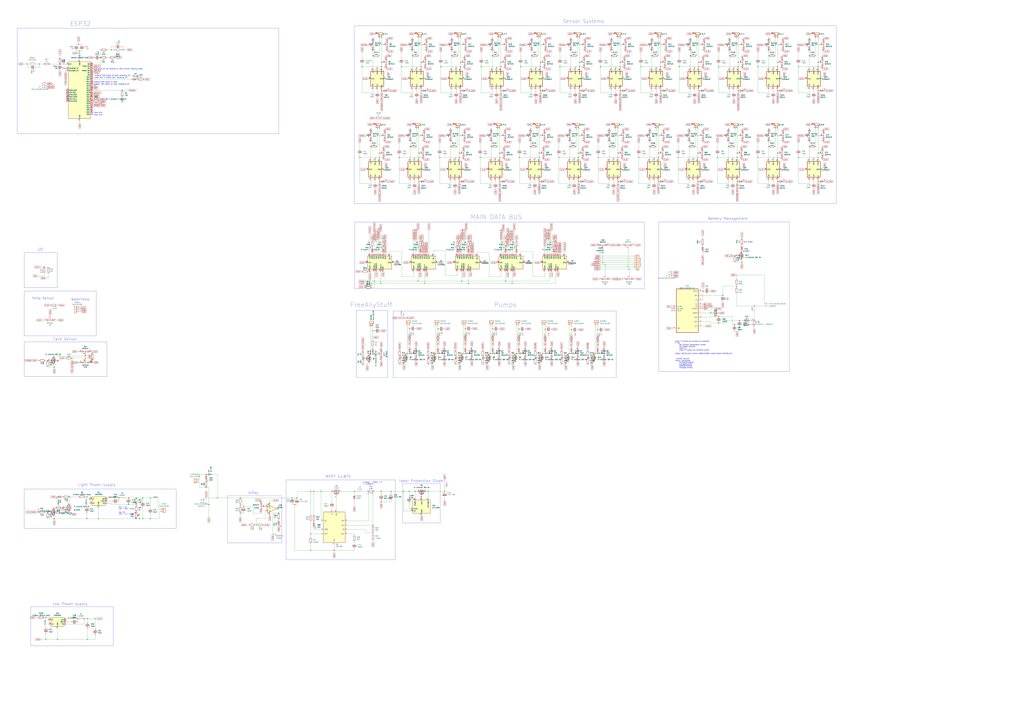
<source format=kicad_sch>
(kicad_sch
	(version 20231120)
	(generator "eeschema")
	(generator_version "8.0")
	(uuid "c26e8d55-0b6e-4c4e-b7c8-b1fed973201c")
	(paper "A0")
	(title_block
		(title "Plant Controller")
		(date "2020-12-21")
		(rev "0.4a")
		(company "C3MA")
	)
	
	(junction
		(at 242.57 586.105)
		(diameter 0)
		(color 0 0 0 0)
		(uuid "006314ff-9060-4674-a7fc-dac02fc6a66c")
	)
	(junction
		(at 673.1 105.41)
		(diameter 0)
		(color 0 0 0 0)
		(uuid "00aa2668-7899-44bb-a923-035a5475c9ad")
	)
	(junction
		(at 279.019 586.867)
		(diameter 0)
		(color 0 0 0 0)
		(uuid "01041127-725b-4ce5-8f58-38fb3fd24a79")
	)
	(junction
		(at 861.441 304.8)
		(diameter 0)
		(color 0 0 0 0)
		(uuid "019516b6-2017-4782-b9e1-e6df47d40092")
	)
	(junction
		(at 627.38 77.47)
		(diameter 0)
		(color 0 0 0 0)
		(uuid "0291157f-d7a2-4e88-97aa-293b4ab12f27")
	)
	(junction
		(at 110.49 718.82)
		(diameter 0)
		(color 0 0 0 0)
		(uuid "044b370d-4a42-4fab-a8a0-78f235931201")
	)
	(junction
		(at 949.96 182.88)
		(diameter 0)
		(color 0 0 0 0)
		(uuid "056f1730-6060-4578-83f3-c630b17a9fd6")
	)
	(junction
		(at 387.985 639.445)
		(diameter 0)
		(color 0 0 0 0)
		(uuid "064498dc-e504-4f86-9f3f-c7515e3a87b5")
	)
	(junction
		(at 100.965 577.215)
		(diameter 0)
		(color 0 0 0 0)
		(uuid "06d8b90d-baa0-4504-baff-642acafdb6f4")
	)
	(junction
		(at 440.69 52.07)
		(diameter 0)
		(color 0 0 0 0)
		(uuid "07c897fb-6e92-46c9-ad9b-9190d0fcc65a")
	)
	(junction
		(at 488.95 77.47)
		(diameter 0)
		(color 0 0 0 0)
		(uuid "08256309-d8fa-4ac4-96ab-6ef0e3d79fe3")
	)
	(junction
		(at 486.41 52.07)
		(diameter 0)
		(color 0 0 0 0)
		(uuid "08466ce7-69b1-4efe-8911-4f365d4c58e1")
	)
	(junction
		(at 472.948 410.718)
		(diameter 0)
		(color 0 0 0 0)
		(uuid "09028f9d-45e1-4366-826a-88a396abe002")
	)
	(junction
		(at 533.4 177.8)
		(diameter 0)
		(color 0 0 0 0)
		(uuid "09096109-fa68-4718-976b-56a87edb3540")
	)
	(junction
		(at 534.67 77.47)
		(diameter 0)
		(color 0 0 0 0)
		(uuid "0937071f-c53c-4d6c-9c38-692d95ed72bb")
	)
	(junction
		(at 602.488 410.718)
		(diameter 0)
		(color 0 0 0 0)
		(uuid "0a372b77-1bd4-4b2a-8539-3c6b9cb168d3")
	)
	(junction
		(at 239.268 566.293)
		(diameter 0)
		(color 0 0 0 0)
		(uuid "0af1c44b-ddbf-4d31-a823-e5834c357558")
	)
	(junction
		(at 143.256 57.912)
		(diameter 0)
		(color 0 0 0 0)
		(uuid "0c801748-df91-4145-83f3-9b19cb585cd0")
	)
	(junction
		(at 239.268 551.053)
		(diameter 0)
		(color 0 0 0 0)
		(uuid "0cbcfcf2-f3b3-4480-9680-29db347f36d4")
	)
	(junction
		(at 764.54 52.07)
		(diameter 0)
		(color 0 0 0 0)
		(uuid "0cc7469e-208a-4a36-9842-4bda7e989b43")
	)
	(junction
		(at 650.24 77.47)
		(diameter 0)
		(color 0 0 0 0)
		(uuid "0d124a42-ca50-4303-8c7d-675efcd05b50")
	)
	(junction
		(at 533.4 210.82)
		(diameter 0)
		(color 0 0 0 0)
		(uuid "0e6c51f3-9cf0-4d39-b867-957514a4cffb")
	)
	(junction
		(at 100.965 602.615)
		(diameter 0)
		(color 0 0 0 0)
		(uuid "0eea3930-0275-4c9f-97c6-e4491faf7ffd")
	)
	(junction
		(at 442.214 329.184)
		(diameter 0)
		(color 0 0 0 0)
		(uuid "100d0f8b-2f86-49dd-861e-b2d9c9a4a2d9")
	)
	(junction
		(at 810.26 210.82)
		(diameter 0)
		(color 0 0 0 0)
		(uuid "10a2f627-65be-4790-82c7-23fc30f1ebc8")
	)
	(junction
		(at 880.11 77.47)
		(diameter 0)
		(color 0 0 0 0)
		(uuid "1247d154-c222-40a3-bf20-e175c54609e1")
	)
	(junction
		(at 442.595 582.93)
		(diameter 0)
		(color 0 0 0 0)
		(uuid "136b5f16-d5fe-4c8a-8508-0e9ad86f8f43")
	)
	(junction
		(at 702.564 307.594)
		(diameter 0)
		(color 0 0 0 0)
		(uuid "14b6b14d-4e33-4c9c-a6d4-2829760e6cc4")
	)
	(junction
		(at 454.025 570.865)
		(diameter 0)
		(color 0 0 0 0)
		(uuid "15c019f7-a03b-47ae-a51c-abc73c51bd40")
	)
	(junction
		(at 833.12 182.88)
		(diameter 0)
		(color 0 0 0 0)
		(uuid "175fa201-c177-4f58-8dde-d5956f2a16ff")
	)
	(junction
		(at 438.15 157.48)
		(diameter 0)
		(color 0 0 0 0)
		(uuid "18e0c706-cdcf-4ef7-bafe-108bf0d8e7a5")
	)
	(junction
		(at 720.09 77.47)
		(diameter 0)
		(color 0 0 0 0)
		(uuid "1bb5276a-8f0f-410b-abfe-9ff2390407cd")
	)
	(junction
		(at 764.54 182.88)
		(diameter 0)
		(color 0 0 0 0)
		(uuid "1d5fcac9-4a29-4741-87c7-a1f394a7c143")
	)
	(junction
		(at 700.024 293.624)
		(diameter 0)
		(color 0 0 0 0)
		(uuid "1ec24ea8-049a-4547-addf-26eafaa81113")
	)
	(junction
		(at 297.561 609.981)
		(diameter 0)
		(color 0 0 0 0)
		(uuid "1ef17c59-222a-4989-aa08-3c7f869a2700")
	)
	(junction
		(at 627.38 105.41)
		(diameter 0)
		(color 0 0 0 0)
		(uuid "20de1a03-6ad7-4bce-aa43-c7f71c0bd4f4")
	)
	(junction
		(at 854.71 52.07)
		(diameter 0)
		(color 0 0 0 0)
		(uuid "20e9d8a1-6a1d-45fa-8e3f-949a8dfc4446")
	)
	(junction
		(at 580.39 210.82)
		(diameter 0)
		(color 0 0 0 0)
		(uuid "20f249eb-73f1-4c03-a215-0d9ce4b87b04")
	)
	(junction
		(at 558.8 77.47)
		(diameter 0)
		(color 0 0 0 0)
		(uuid "210116a8-ca16-4347-824d-d234d1470ec6")
	)
	(junction
		(at 430.276 411.48)
		(diameter 0)
		(color 0 0 0 0)
		(uuid "2124662e-0101-4907-a279-d22f77f179e9")
	)
	(junction
		(at 572.008 382.016)
		(diameter 0)
		(color 0 0 0 0)
		(uuid "2125b107-250d-44b9-ae2a-63555b15b96b")
	)
	(junction
		(at 423.926 333.248)
		(diameter 0)
		(color 0 0 0 0)
		(uuid "21c9489c-b7e7-411e-8242-06cb982ccdfb")
	)
	(junction
		(at 717.55 52.07)
		(diameter 0)
		(color 0 0 0 0)
		(uuid "2229d344-cb60-4539-b02a-c72401d1ef40")
	)
	(junction
		(at 693.928 410.718)
		(diameter 0)
		(color 0 0 0 0)
		(uuid "225164a2-0641-4a42-83a1-eb3ceb752f37")
	)
	(junction
		(at 811.53 72.39)
		(diameter 0)
		(color 0 0 0 0)
		(uuid "226bed9c-0a6f-4bd0-813b-9392b44d9d1d")
	)
	(junction
		(at 540.258 381.762)
		(diameter 0)
		(color 0 0 0 0)
		(uuid "22b03adb-32c5-4612-9736-645d72daaf12")
	)
	(junction
		(at 474.98 570.865)
		(diameter 0)
		(color 0 0 0 0)
		(uuid "243935e2-4f6a-429d-bbc1-4327fafdf466")
	)
	(junction
		(at 902.97 72.39)
		(diameter 0)
		(color 0 0 0 0)
		(uuid "24d08619-518e-4098-984b-359c175f8d44")
	)
	(junction
		(at 476.25 170.18)
		(diameter 0)
		(color 0 0 0 0)
		(uuid "2743e494-c376-4611-b96b-27e9396dcdfe")
	)
	(junction
		(at 165.735 578.485)
		(diameter 0)
		(color 0 0 0 0)
		(uuid "27bdfd08-9fa2-4018-8386-f5f9458ea23f")
	)
	(junction
		(at 560.578 415.798)
		(diameter 0)
		(color 0 0 0 0)
		(uuid "288439ce-4d40-4524-9a56-c937c30e7f5c")
	)
	(junction
		(at 104.267 579.628)
		(diameter 0)
		(color 0 0 0 0)
		(uuid "2977a76b-3c36-4356-9c23-ef25b0e79774")
	)
	(junction
		(at 632.968 410.718)
		(diameter 0)
		(color 0 0 0 0)
		(uuid "2affe026-8dd0-4fb0-90f9-21a8fa9a4bdc")
	)
	(junction
		(at 669.29 157.48)
		(diameter 0)
		(color 0 0 0 0)
		(uuid "2b3eaa0b-2344-48c6-b38e-464d8b2a5dce")
	)
	(junction
		(at 486.41 177.8)
		(diameter 0)
		(color 0 0 0 0)
		(uuid "2d987caf-ac1d-4744-a3c5-f14501a3c0db")
	)
	(junction
		(at 810.26 177.8)
		(diameter 0)
		(color 0 0 0 0)
		(uuid "2da75737-a4ca-49a8-92da-47dd6a88f47e")
	)
	(junction
		(at 694.69 182.88)
		(diameter 0)
		(color 0 0 0 0)
		(uuid "2dca3751-8e97-49d3-b339-07a6a466870d")
	)
	(junction
		(at 853.186 297.18)
		(diameter 0)
		(color 0 0 0 0)
		(uuid "2e5d7e3a-d510-4703-91de-7e2ba8a4a274")
	)
	(junction
		(at 62.865 602.615)
		(diameter 0)
		(color 0 0 0 0)
		(uuid "30c447cc-ce18-498c-a30a-de1223bde459")
	)
	(junction
		(at 662.94 64.77)
		(diameter 0)
		(color 0 0 0 0)
		(uuid "31e40d4a-0b31-4e6b-9547-6305b5630b68")
	)
	(junction
		(at 73.025 589.915)
		(diameter 0)
		(color 0 0 0 0)
		(uuid "33109daa-b629-475e-bf83-217328126604")
	)
	(junction
		(at 141.859 104.902)
		(diameter 0)
		(color 0 0 0 0)
		(uuid "34635836-75fc-4726-88ba-00c05f9b5f51")
	)
	(junction
		(at 475.488 410.718)
		(diameter 0)
		(color 0 0 0 0)
		(uuid "34e846f7-9dcf-4f40-8420-68c319584cee")
	)
	(junction
		(at 51.054 310.134)
		(diameter 0)
		(color 0 0 0 0)
		(uuid "37004126-8324-4e79-9b08-419ef1721827")
	)
	(junction
		(at 344.805 578.485)
		(diameter 0)
		(color 0 0 0 0)
		(uuid "394a6417-c4c4-43a0-ad22-7a964e628e7d")
	)
	(junction
		(at 709.93 64.77)
		(diameter 0)
		(color 0 0 0 0)
		(uuid "3c301991-dc9e-4f43-9128-66bfd71d7c13")
	)
	(junction
		(at 279.019 596.138)
		(diameter 0)
		(color 0 0 0 0)
		(uuid "3d8fb177-4b5a-4526-95fd-c4109587c044")
	)
	(junction
		(at 92.456 59.182)
		(diameter 0)
		(color 0 0 0 0)
		(uuid "3fb7e5b1-698b-4b54-8155-c08dfe31c42d")
	)
	(junction
		(at 839.343 343.281)
		(diameter 0)
		(color 0 0 0 0)
		(uuid "41246bb7-c8e2-4c38-9094-9b2d2a32bbbe")
	)
	(junction
		(at 660.908 410.718)
		(diameter 0)
		(color 0 0 0 0)
		(uuid "415b2ab4-f4dd-4fee-870b-9ba95dac6a8b")
	)
	(junction
		(at 767.08 105.41)
		(diameter 0)
		(color 0 0 0 0)
		(uuid "4354cd5a-2fed-4af9-af80-8e5138abc8b6")
	)
	(junction
		(at 440.69 210.82)
		(diameter 0)
		(color 0 0 0 0)
		(uuid "4479d223-9a77-4250-8ede-fec47313a2f0")
	)
	(junction
		(at 158.115 602.615)
		(diameter 0)
		(color 0 0 0 0)
		(uuid "44cd3143-c150-4d17-bd07-6ba56767d7c5")
	)
	(junction
		(at 875.919 355.473)
		(diameter 0)
		(color 0 0 0 0)
		(uuid "4508e97c-f8e4-4ecb-9775-d92576a69269")
	)
	(junction
		(at 845.82 170.18)
		(diameter 0)
		(color 0 0 0 0)
		(uuid "45e6ea4d-1ae0-4fdc-823f-0b8b86795711")
	)
	(junction
		(at 516.255 570.865)
		(diameter 0)
		(color 0 0 0 0)
		(uuid "464f670a-23da-4072-9135-c7f8cde45344")
	)
	(junction
		(at 505.968 410.718)
		(diameter 0)
		(color 0 0 0 0)
		(uuid "477944b3-0f91-44bb-99ca-1f00b91186f2")
	)
	(junction
		(at 741.68 182.88)
		(diameter 0)
		(color 0 0 0 0)
		(uuid "4785108c-8558-4438-8cc1-10bc36f1d766")
	)
	(junction
		(at 511.81 77.47)
		(diameter 0)
		(color 0 0 0 0)
		(uuid "48860968-10fd-4376-b0b5-b1e0357fbf1d")
	)
	(junction
		(at 440.69 177.8)
		(diameter 0)
		(color 0 0 0 0)
		(uuid "4acc3ea6-e0bd-49be-9073-184494766951")
	)
	(junction
		(at 615.95 170.18)
		(diameter 0)
		(color 0 0 0 0)
		(uuid "4ba43b26-3cfb-46fa-a35a-6fb114dee778")
	)
	(junction
		(at 497.078 415.798)
		(diameter 0)
		(color 0 0 0 0)
		(uuid "4c43d807-6025-4458-873e-b0e60bc37c3c")
	)
	(junction
		(at 834.39 77.47)
		(diameter 0)
		(color 0 0 0 0)
		(uuid "4cd0c740-4e02-45a2-b036-c71b088c4a0e")
	)
	(junction
		(at 532.13 52.07)
		(diameter 0)
		(color 0 0 0 0)
		(uuid "4f4c6f69-a183-4f84-9d64-6e5dc077d658")
	)
	(junction
		(at 149.225 578.485)
		(diameter 0)
		(color 0 0 0 0)
		(uuid "4fc5b79a-48b8-4875-b2fa-ce2c0b207ed6")
	)
	(junction
		(at 880.11 182.88)
		(diameter 0)
		(color 0 0 0 0)
		(uuid "51396988-d3d0-4ff2-87e4-6f9dbc1220f3")
	)
	(junction
		(at 572.008 410.718)
		(diameter 0)
		(color 0 0 0 0)
		(uuid "547e0024-8ca5-4fd9-9ed0-6e6fa4efe2d1")
	)
	(junction
		(at 429.514 315.468)
		(diameter 0)
		(color 0 0 0 0)
		(uuid "54c228c6-a419-4461-b51c-f4689ab11c16")
	)
	(junction
		(at 648.97 182.88)
		(diameter 0)
		(color 0 0 0 0)
		(uuid "54e7dc2f-bc56-4792-9ac4-117d8dbca40c")
	)
	(junction
		(at 632.968 382.524)
		(diameter 0)
		(color 0 0 0 0)
		(uuid "54f14d31-ee75-4d90-bbd6-d53b9269dae6")
	)
	(junction
		(at 468.63 570.865)
		(diameter 0)
		(color 0 0 0 0)
		(uuid "55707df8-1ce8-4b01-b189-1ba64f13e6d9")
	)
	(junction
		(at 411.48 570.865)
		(diameter 0)
		(color 0 0 0 0)
		(uuid "557c9344-c4f5-407c-87a3-c05772708fc7")
	)
	(junction
		(at 617.22 64.77)
		(diameter 0)
		(color 0 0 0 0)
		(uuid "56f832ea-d1cc-4984-8a8b-0e7133ede2c5")
	)
	(junction
		(at 543.814 329.184)
		(diameter 0)
		(color 0 0 0 0)
		(uuid "571b3a6c-6e61-4f9f-818f-0b28c631e46f")
	)
	(junction
		(at 858.647 372.237)
		(diameter 0)
		(color 0 0 0 0)
		(uuid "571c9066-df12-43af-bb34-ea8f17352e33")
	)
	(junction
		(at 55.372 418.846)
		(diameter 0)
		(color 0 0 0 0)
		(uuid "5a159a05-57fa-411f-9de3-7f0e035fb745")
	)
	(junction
		(at 161.925 602.615)
		(diameter 0)
		(color 0 0 0 0)
		(uuid "5a782664-d096-4b9f-8da4-e576a5adbff8")
	)
	(junction
		(at 433.07 610.235)
		(diameter 0)
		(color 0 0 0 0)
		(uuid "5aef8b40-8452-4805-a5e4-da8d93469853")
	)
	(junction
		(at 483.87 157.48)
		(diameter 0)
		(color 0 0 0 0)
		(uuid "5c0f7831-90bd-4a4c-9d4c-2da3b5672d2b")
	)
	(junction
		(at 949.96 210.82)
		(diameter 0)
		(color 0 0 0 0)
		(uuid "5ceaf71a-e41b-43cf-9440-19b0bfa04e5b")
	)
	(junction
		(at 464.058 415.798)
		(diameter 0)
		(color 0 0 0 0)
		(uuid "5df117be-4263-48e0-a710-5721bdeecfb9")
	)
	(junction
		(at 581.66 105.41)
		(diameter 0)
		(color 0 0 0 0)
		(uuid "5df17aa2-8dfb-48ae-8685-e7ce31adb84a")
	)
	(junction
		(at 720.09 72.39)
		(diameter 0)
		(color 0 0 0 0)
		(uuid "5e07ad26-e150-4199-ab31-eb5040da53d6")
	)
	(junction
		(at 949.96 72.39)
		(diameter 0)
		(color 0 0 0 0)
		(uuid "5fa7f66d-45ff-4878-ba71-365eed5d84cd")
	)
	(junction
		(at 497.205 570.865)
		(diameter 0)
		(color 0 0 0 0)
		(uuid "60684402-d96a-439d-a47a-f1940a639b1b")
	)
	(junction
		(at 671.83 177.8)
		(diameter 0)
		(color 0 0 0 0)
		(uuid "617af57a-6f8e-481b-b79f-b9a3cfaf16ce")
	)
	(junction
		(at 53.34 742.95)
		(diameter 0)
		(color 0 0 0 0)
		(uuid "62e83d49-6450-4f8e-9161-9823cbd9fa8a")
	)
	(junction
		(at 360.68 639.445)
		(diameter 0)
		(color 0 0 0 0)
		(uuid "62e8e510-5776-41a5-b7ef-659764595cf0")
	)
	(junction
		(at 807.72 157.48)
		(diameter 0)
		(color 0 0 0 0)
		(uuid "65204e4c-c54f-4ce3-995b-3b8f72dee35a")
	)
	(junction
		(at 787.4 182.88)
		(diameter 0)
		(color 0 0 0 0)
		(uuid "65736e5b-6052-4c51-af65-3f96debe5037")
	)
	(junction
		(at 939.8 64.77)
		(diameter 0)
		(color 0 0 0 0)
		(uuid "65cbc274-d7cb-42c3-8f8f-60f9d792fdf2")
	)
	(junction
		(at 670.56 52.07)
		(diameter 0)
		(color 0 0 0 0)
		(uuid "66ccc91c-e1df-471f-b2c3-ab0b4c9054c7")
	)
	(junction
		(at 485.394 326.644)
		(diameter 0)
		(color 0 0 0 0)
		(uuid "68f4d8af-c27e-4056-a2a9-dbd2514de570")
	)
	(junction
		(at 442.595 570.865)
		(diameter 0)
		(color 0 0 0 0)
		(uuid "697147b1-0224-4f54-a454-fb14851852a2")
	)
	(junction
		(at 720.09 105.41)
		(diameter 0)
		(color 0 0 0 0)
		(uuid "6b976759-90c3-48f0-a6ef-e59cc04749c7")
	)
	(junction
		(at 481.965 570.865)
		(diameter 0)
		(color 0 0 0 0)
		(uuid "6b9d9747-b3ff-43d2-8486-466834aa4452")
	)
	(junction
		(at 602.488 382.27)
		(diameter 0)
		(color 0 0 0 0)
		(uuid "6c849387-b46a-4c70-adb8-4a7816d1702c")
	)
	(junction
		(at 902.97 182.88)
		(diameter 0)
		(color 0 0 0 0)
		(uuid "6e0838ab-f2e2-49d5-a845-cb60e1e79307")
	)
	(junction
		(at 137.795 578.485)
		(diameter 0)
		(color 0 0 0 0)
		(uuid "6e8888f6-ec84-4dea-a75b-c49e51edec1e")
	)
	(junction
		(at 586.994 326.644)
		(diameter 0)
		(color 0 0 0 0)
		(uuid "6f775e6c-425b-4467-9456-84a9fc9d7d35")
	)
	(junction
		(at 599.948 410.718)
		(diameter 0)
		(color 0 0 0 0)
		(uuid "74872d2f-df92-44ce-a737-7d0693ac46a3")
	)
	(junction
		(at 252.603 578.485)
		(diameter 0)
		(color 0 0 0 0)
		(uuid "74d5e0e4-cd91-4e01-8980-afaf347113fd")
	)
	(junction
		(at 99.06 413.512)
		(diameter 0)
		(color 0 0 0 0)
		(uuid "750169c9-8dda-4196-8b70-7629a1386317")
	)
	(junction
		(at 754.38 170.18)
		(diameter 0)
		(color 0 0 0 0)
		(uuid "755e7c01-7fbd-4b6b-a35b-f8ace9c84059")
	)
	(junction
		(at 764.54 177.8)
		(diameter 0)
		(color 0 0 0 0)
		(uuid "7680ffe6-e942-469f-ba4d-7b9667ad6e1b")
	)
	(junction
		(at 478.79 64.77)
		(diameter 0)
		(color 0 0 0 0)
		(uuid "771c7e99-805a-4e44-85bd-0da8373a89ae")
	)
	(junction
		(at 524.51 64.77)
		(diameter 0)
		(color 0 0 0 0)
		(uuid "77ff220f-b888-4c85-a233-e6d8b49cc4e3")
	)
	(junction
		(at 385.445 570.865)
		(diameter 0)
		(color 0 0 0 0)
		(uuid "792fa4db-0ff6-47c2-b282-e4d8f6701888")
	)
	(junction
		(at 579.12 52.07)
		(diameter 0)
		(color 0 0 0 0)
		(uuid "7ac4fb1b-c515-4587-a49c-80a96e67ee05")
	)
	(junction
		(at 810.26 182.88)
		(diameter 0)
		(color 0 0 0 0)
		(uuid "7b027a2d-0f3a-45a8-ae29-1daaec674f65")
	)
	(junction
		(at 116.586 66.802)
		(diameter 0)
		(color 0 0 0 0)
		(uuid "7b4c2328-723f-468e-a43d-b3b217eaac64")
	)
	(junction
		(at 417.83 182.88)
		(diameter 0)
		(color 0 0 0 0)
		(uuid "7bfb5a0b-e21d-4384-b179-6da39c383739")
	)
	(junction
		(at 855.98 177.8)
		(diameter 0)
		(color 0 0 0 0)
		(uuid "7ca049b0-3853-4bc5-a7c8-0ff4943a4da3")
	)
	(junction
		(at 707.39 170.18)
		(diameter 0)
		(color 0 0 0 0)
		(uuid "7d2ffaa0-e04f-4276-95e0-08660c987bee")
	)
	(junction
		(at 949.96 177.8)
		(diameter 0)
		(color 0 0 0 0)
		(uuid "7d3effd5-eeea-41d3-9fa3-f3e707aa3547")
	)
	(junction
		(at 66.802 742.95)
		(diameter 0)
		(color 0 0 0 0)
		(uuid "7ea02348-2ae2-4ac7-a02a-9029063eb3d7")
	)
	(junction
		(at 434.594 326.644)
		(diameter 0)
		(color 0 0 0 0)
		(uuid "805ba7db-9e85-428e-9f5b-9063e8278c60")
	)
	(junction
		(at 621.538 415.798)
		(diameter 0)
		(color 0 0 0 0)
		(uuid "80f5b8a1-cdbe-4850-a609-339b8c898669")
	)
	(junction
		(at 729.234 310.134)
		(diameter 0)
		(color 0 0 0 0)
		(uuid "819a85d3-cd43-455c-8023-715c1f29dcd2")
	)
	(junction
		(at 581.66 72.39)
		(diameter 0)
		(color 0 0 0 0)
		(uuid "8225e333-80d8-4295-ae81-9381467a8852")
	)
	(junction
		(at 80.645 577.215)
		(diameter 0)
		(color 0 0 0 0)
		(uuid "82572895-6594-489b-b5dd-a8b4d09bcb09")
	)
	(junction
		(at 855.98 210.82)
		(diameter 0)
		(color 0 0 0 0)
		(uuid "82ffee17-895e-431b-b599-2c6c2410e332")
	)
	(junction
		(at 97.79 718.82)
		(diameter 0)
		(color 0 0 0 0)
		(uuid "843e9870-799e-444a-a4e6-716ced5cbe43")
	)
	(junction
		(at 604.52 77.47)
		(diameter 0)
		(color 0 0 0 0)
		(uuid "863e1d95-9eac-44c6-be76-0633996c7555")
	)
	(junction
		(at 510.54 182.88)
		(diameter 0)
		(color 0 0 0 0)
		(uuid "88ab3f5d-2458-416d-9091-2696065ca0ec")
	)
	(junction
		(at 762 157.48)
		(diameter 0)
		(color 0 0 0 0)
		(uuid "88fd008b-8f19-40b4-b0f2-463d33ee4f9c")
	)
	(junction
		(at 892.81 64.77)
		(diameter 0)
		(color 0 0 0 0)
		(uuid "89afa966-b2d1-4c49-9b36-f745e856f709")
	)
	(junction
		(at 443.23 77.47)
		(diameter 0)
		(color 0 0 0 0)
		(uuid "89d548a8-bdb5-4e23-a199-0bbbedd4997d")
	)
	(junction
		(at 364.49 570.865)
		(diameter 0)
		(color 0 0 0 0)
		(uuid "8badbd3a-472d-49c6-9995-2681ebcad861")
	)
	(junction
		(at 671.83 210.82)
		(diameter 0)
		(color 0 0 0 0)
		(uuid "8c093cb3-77f3-4dda-9697-194f266a7e72")
	)
	(junction
		(at 947.42 157.48)
		(diameter 0)
		(color 0 0 0 0)
		(uuid "8d07beb1-b6f8-4a89-9393-a69158aac925")
	)
	(junction
		(at 83.566 416.052)
		(diameter 0)
		(color 0 0 0 0)
		(uuid "8dbf3f53-4dbe-4577-8253-5d3d05e20a7d")
	)
	(junction
		(at 528.828 415.798)
		(diameter 0)
		(color 0 0 0 0)
		(uuid "8ddc18df-7f6d-40fe-971f-5b7ea913cac2")
	)
	(junction
		(at 744.22 77.47)
		(diameter 0)
		(color 0 0 0 0)
		(uuid "8debd7b6-0066-4169-b949-daab0e7da110")
	)
	(junction
		(at 623.57 157.48)
		(diameter 0)
		(color 0 0 0 0)
		(uuid "8ef3e30c-42b6-465f-a448-23fe6906f0b2")
	)
	(junction
		(at 443.23 105.41)
		(diameter 0)
		(color 0 0 0 0)
		(uuid "8ff62b5c-bc77-4820-888f-4a6ece745d24")
	)
	(junction
		(at 56.642 720.09)
		(diameter 0)
		(color 0 0 0 0)
		(uuid "9330ab14-2e88-49fc-b8ec-647acef19c05")
	)
	(junction
		(at 949.96 105.41)
		(diameter 0)
		(color 0 0 0 0)
		(uuid "93a355b3-4747-473b-8431-31e17aa68877")
	)
	(junction
		(at 433.07 64.77)
		(diameter 0)
		(color 0 0 0 0)
		(uuid "9576a06f-b593-41da-bbfe-e06c442136f2")
	)
	(junction
		(at 627.38 72.39)
		(diameter 0)
		(color 0 0 0 0)
		(uuid "9663c610-3dc9-497c-93a1-678b867c2886")
	)
	(junction
		(at 158.115 586.105)
		(diameter 0)
		(color 0 0 0 0)
		(uuid "96f15460-13f3-4312-89f8-b71934eaedb8")
	)
	(junction
		(at 114.427 602.615)
		(diameter 0)
		(color 0 0 0 0)
		(uuid "977868cb-abe1-483f-8f43-5a8a20726067")
	)
	(junction
		(at 557.53 182.88)
		(diameter 0)
		(color 0 0 0 0)
		(uuid "993535bb-5b30-47db-aafd-1534a34e630a")
	)
	(junction
		(at 900.43 52.07)
		(diameter 0)
		(color 0 0 0 0)
		(uuid "9cc7a172-ae49-4913-9055-39d5ef3fef9f")
	)
	(junction
		(at 756.92 64.77)
		(diameter 0)
		(color 0 0 0 0)
		(uuid "9d33b90f-13aa-446e-a5f9-263ea35835eb")
	)
	(junction
		(at 902.97 105.41)
		(diameter 0)
		(color 0 0 0 0)
		(uuid "9ebfcd01-ea5d-49db-84aa-d06db7dd8cc0")
	)
	(junction
		(at 811.53 105.41)
		(diameter 0)
		(color 0 0 0 0)
		(uuid "9f152d33-fbfb-4f9a-bb8c-6fce1e7aba66")
	)
	(junction
		(at 800.1 170.18)
		(diameter 0)
		(color 0 0 0 0)
		(uuid "a11f2e2b-c0ca-452c-864a-0a4b38092ab8")
	)
	(junction
		(at 663.448 383.032)
		(diameter 0)
		(color 0 0 0 0)
		(uuid "a1d7e5c8-d217-457c-b56c-ecad97fd4c0e")
	)
	(junction
		(at 949.96 77.47)
		(diameter 0)
		(color 0 0 0 0)
		(uuid "a20fdc64-be45-4cca-94be-3e663d9612b6")
	)
	(junction
		(at 691.388 410.718)
		(diameter 0)
		(color 0 0 0 0)
		(uuid "a29c0663-342d-4535-aac0-b31dad8318cf")
	)
	(junction
		(at 488.95 105.41)
		(diameter 0)
		(color 0 0 0 0)
		(uuid "a2d0682d-d97e-4a7b-a7ed-fcacc763e719")
	)
	(junction
		(at 129.286 57.912)
		(diameter 0)
		(color 0 0 0 0)
		(uuid "a3104c80-278d-416a-b409-fd08d784c6c7")
	)
	(junction
		(at 486.41 210.82)
		(diameter 0)
		(color 0 0 0 0)
		(uuid "a3f773d2-5e55-434e-8f14-034d1dd22cd2")
	)
	(junction
		(at 570.23 170.18)
		(diameter 0)
		(color 0 0 0 0)
		(uuid "a481edbc-753e-459d-be51-d15b582ed0dc")
	)
	(junction
		(at 488.95 72.39)
		(diameter 0)
		(color 0 0 0 0)
		(uuid "a51dad76-ee1b-420e-ab4a-b57bb17c6457")
	)
	(junction
		(at 717.55 210.82)
		(diameter 0)
		(color 0 0 0 0)
		(uuid "a52b9040-29e8-4f09-9c60-871ac2718a13")
	)
	(junction
		(at 508.508 410.718)
		(diameter 0)
		(color 0 0 0 0)
		(uuid "a685894a-983c-450f-b9c3-4d7e6d929974")
	)
	(junction
		(at 174.625 602.615)
		(diameter 0)
		(color 0 0 0 0)
		(uuid "a70da482-a861-4e2f-9d2b-6183a6f0f87e")
	)
	(junction
		(at 44.704 594.995)
		(diameter 0)
		(color 0 0 0 0)
		(uuid "a757038c-5365-4452-9233-cd270451996f")
	)
	(junction
		(at 530.86 157.48)
		(diameter 0)
		(color 0 0 0 0)
		(uuid "a87df46c-4cff-4236-9f4f-14695f384b58")
	)
	(junction
		(at 433.07 619.125)
		(diameter 0)
		(color 0 0 0 0)
		(uuid "a8c1d291-f95c-499f-a8f0-8d347b07d19e")
	)
	(junction
		(at 372.745 570.865)
		(diameter 0)
		(color 0 0 0 0)
		(uuid "a90e40e7-9f3e-4a7e-bc30-d292bc1ab9ed")
	)
	(junction
		(at 360.68 570.865)
		(diameter 0)
		(color 0 0 0 0)
		(uuid "a918e227-4862-4ef1-b1b4-1ecbab47421d")
	)
	(junction
		(at 673.1 72.39)
		(diameter 0)
		(color 0 0 0 0)
		(uuid "a986dba8-d929-48dd-9e7a-f344bbf05228")
	)
	(junction
		(at 106.934 421.132)
		(diameter 0)
		(color 0 0 0 0)
		(uuid "a99f2dd3-1db5-4646-bd5d-42af73cee85a")
	)
	(junction
		(at 661.67 170.18)
		(diameter 0)
		(color 0 0 0 0)
		(uuid "aa09def5-302a-4ac5-9e1e-619a3c3908a6")
	)
	(junction
		(at 342.265 586.105)
		(diameter 0)
		(color 0 0 0 0)
		(uuid "aa0d7669-67ff-4603-888b-7d15a03d73a6")
	)
	(junction
		(at 158.115 578.485)
		(diameter 0)
		(color 0 0 0 0)
		(uuid "aa659c87-6d9f-4a94-913b-ec00337baaa9")
	)
	(junction
		(at 717.55 182.88)
		(diameter 0)
		(color 0 0 0 0)
		(uuid "aae34ba1-f38d-4bd3-b9e2-391e50953d3f")
	)
	(junction
		(at 149.225 586.105)
		(diameter 0)
		(color 0 0 0 0)
		(uuid "ab83cc7b-a4bb-42ce-806a-ad57b1f1f16f")
	)
	(junction
		(at 816.229 338.201)
		(diameter 0)
		(color 0 0 0 0)
		(uuid "abed498a-7286-4258-a6a3-0ad40837fa9c")
	)
	(junction
		(at 282.829 588.518)
		(diameter 0)
		(color 0 0 0 0)
		(uuid "ac18742b-0669-4417-bf96-99d1ab0ff75f")
	)
	(junction
		(at 682.498 415.798)
		(diameter 0)
		(color 0 0 0 0)
		(uuid "ac6041ae-1077-46a6-b33a-6e568b0f7d89")
	)
	(junction
		(at 463.55 182.88)
		(diameter 0)
		(color 0 0 0 0)
		(uuid "acddd3cc-48f7-46ee-975a-53caf82611b3")
	)
	(junction
		(at 902.97 210.82)
		(diameter 0)
		(color 0 0 0 0)
		(uuid "ad39dec3-1625-482d-88d3-f5ff87a4c3b7")
	)
	(junction
		(at 508.508 382.016)
		(diameter 0)
		(color 0 0 0 0)
		(uuid "ae161ff6-e303-4db5-b037-b1f45682a4bb")
	)
	(junction
		(at 420.37 77.47)
		(diameter 0)
		(color 0 0 0 0)
		(uuid "ae74cbfc-b1c5-4ed6-b903-3e540362c04d")
	)
	(junction
		(at 486.41 182.88)
		(diameter 0)
		(color 0 0 0 0)
		(uuid "af19a906-bdca-4144-82f2-e4cf11d12528")
	)
	(junction
		(at 697.23 77.47)
		(diameter 0)
		(color 0 0 0 0)
		(uuid "b07eef50-598d-482e-a424-e47cc97fdc9a")
	)
	(junction
		(at 855.98 182.88)
		(diameter 0)
		(color 0 0 0 0)
		(uuid "b0d18b80-4e26-4a1b-9efa-cbea5878e011")
	)
	(junction
		(at 534.67 72.39)
		(diameter 0)
		(color 0 0 0 0)
		(uuid "b3193f61-4fd1-4f1f-b523-221742d8fc6a")
	)
	(junction
		(at 323.596 596.011)
		(diameter 0)
		(color 0 0 0 0)
		(uuid "b3465a47-f032-463a-8cb4-a402cd509d71")
	)
	(junction
		(at 594.614 329.184)
		(diameter 0)
		(color 0 0 0 0)
		(uuid "b491ef7e-d4fc-40bc-b76f-5d1efaed3d79")
	)
	(junction
		(at 603.25 182.88)
		(diameter 0)
		(color 0 0 0 0)
		(uuid "b64957d5-8ce0-43d6-9587-6f71112a6b09")
	)
	(junction
		(at 939.8 170.18)
		(diameter 0)
		(color 0 0 0 0)
		(uuid "b6c9f8c6-65fe-4bf3-8ed5-c36dad43bbac")
	)
	(junction
		(at 808.99 52.07)
		(diameter 0)
		(color 0 0 0 0)
		(uuid "b73b586a-1e15-476d-b602-92b2edb424a4")
	)
	(junction
		(at 466.09 77.47)
		(diameter 0)
		(color 0 0 0 0)
		(uuid "baaa3d38-45c3-47b1-9b56-f65b42bae8ff")
	)
	(junction
		(at 902.97 177.8)
		(diameter 0)
		(color 0 0 0 0)
		(uuid "bbebfda1-bd5b-4c84-a509-2953f28b59de")
	)
	(junction
		(at 534.67 105.41)
		(diameter 0)
		(color 0 0 0 0)
		(uuid "bfa35e35-8afe-43b6-8b84-34812569540d")
	)
	(junction
		(at 571.5 64.77)
		(diameter 0)
		(color 0 0 0 0)
		(uuid "bfa9bba0-8687-46b7-9688-b568b8fbf2d8")
	)
	(junction
		(at 533.4 182.88)
		(diameter 0)
		(color 0 0 0 0)
		(uuid "c00d984e-2e86-4935-9669-b4e2e09d259a")
	)
	(junction
		(at 80.645 597.535)
		(diameter 0)
		(color 0 0 0 0)
		(uuid "c1341956-3e76-4b89-ab41-469a1db0015c")
	)
	(junction
		(at 663.448 410.718)
		(diameter 0)
		(color 0 0 0 0)
		(uuid "c1611925-d0ac-42a4-83ae-6844b1cb71e3")
	)
	(junction
		(at 671.83 182.88)
		(diameter 0)
		(color 0 0 0 0)
		(uuid "c2314641-f31c-4508-af78-2f57e4a7f505")
	)
	(junction
		(at 717.55 177.8)
		(diameter 0)
		(color 0 0 0 0)
		(uuid "c23641d5-260f-4ad0-be8f-016a083bf6ef")
	)
	(junction
		(at 99.06 416.052)
		(diameter 0)
		(color 0 0 0 0)
		(uuid "c2c812ed-41b4-4200-984f-e76eae1d14de")
	)
	(junction
		(at 45.466 74.295)
		(diameter 0)
		(color 0 0 0 0)
		(uuid "c39add44-ba76-41fb-8f18-28fa0366e282")
	)
	(junction
		(at 536.194 326.644)
		(diameter 0)
		(color 0 0 0 0)
		(uuid "c42e1dcf-3c54-4be7-944c-4e798c674b09")
	)
	(junction
		(at 577.85 157.48)
		(diameter 0)
		(color 0 0 0 0)
		(uuid "c49e5141-a8c3-445b-9e93-85da32f8107b")
	)
	(junction
		(at 475.488 381.762)
		(diameter 0)
		(color 0 0 0 0)
		(uuid "c6d07995-bb57-4c01-9d40-c8c408016a09")
	)
	(junction
		(at 847.09 64.77)
		(diameter 0)
		(color 0 0 0 0)
		(uuid "c76a3b96-2cb3-4fc8-b488-0dcca3440df1")
	)
	(junction
		(at 101.6 742.95)
		(diameter 0)
		(color 0 0 0 0)
		(uuid "cac620f5-0af6-41f8-9844-d9f07ee0c129")
	)
	(junction
		(at 360.68 620.395)
		(diameter 0)
		(color 0 0 0 0)
		(uuid "caf08951-498e-42d7-836c-4ada133aecad")
	)
	(junction
		(at 432.816 384.302)
		(diameter 0)
		(color 0 0 0 0)
		(uuid "cbfbbc2e-484a-4954-8dc2-c7386c5d1301")
	)
	(junction
		(at 443.23 72.39)
		(diameter 0)
		(color 0 0 0 0)
		(uuid "cc1742d7-8664-42cd-9d15-cf8aeaa0b9a8")
	)
	(junction
		(at 834.517 367.665)
		(diameter 0)
		(color 0 0 0 0)
		(uuid "cc2cd7a1-fffc-47d8-9f80-fed0488b65e2")
	)
	(junction
		(at 53.34 717.55)
		(diameter 0)
		(color 0 0 0 0)
		(uuid "cc922bc0-96bd-4b17-b53a-b9b1b8fdaebf")
	)
	(junction
		(at 767.08 72.39)
		(diameter 0)
		(color 0 0 0 0)
		(uuid "ce01895a-fa9a-4896-b7f2-fef5868cf82b")
	)
	(junction
		(at 927.1 182.88)
		(diameter 0)
		(color 0 0 0 0)
		(uuid "cf763fe7-b793-477f-8b36-cf7f7ea16c7d")
	)
	(junction
		(at 652.018 415.798)
		(diameter 0)
		(color 0 0 0 0)
		(uuid "d0ccfc37-9d2e-4994-b901-fab6c387aa2a")
	)
	(junction
		(at 947.42 52.07)
		(diameter 0)
		(color 0 0 0 0)
		(uuid "d0de847b-b27b-499b-ba58-ccb6ddef554b")
	)
	(junction
		(at 165.735 602.615)
		(diameter 0)
		(color 0 0 0 0)
		(uuid "d17c286e-9606-4cb2-902a-10021903ed9a")
	)
	(junction
		(at 767.08 77.47)
		(diameter 0)
		(color 0 0 0 0)
		(uuid "d19f645d-0776-4567-83ac-422b741007b2")
	)
	(junction
		(at 31.496 74.295)
		(diameter 0)
		(color 0 0 0 0)
		(uuid "d2b0a197-1410-44de-bdc3-e63959ff5b39")
	)
	(junction
		(at 855.345 332.613)
		(diameter 0)
		(color 0 0 0 0)
		(uuid "d5d6a42c-48b3-4a54-a79b-12276d91096b")
	)
	(junction
		(at 811.53 77.47)
		(diameter 0)
		(color 0 0 0 0)
		(uuid "d6249b35-f815-4a16-b140-ef126a1eaecd")
	)
	(junction
		(at 62.992 426.466)
		(diameter 0)
		(color 0 0 0 0)
		(uuid "d6db9766-b81b-4a66-bc0a-843f0aeb559b")
	)
	(junction
		(at 693.928 383.032)
		(diameter 0)
		(color 0 0 0 0)
		(uuid "d776c8dc-ee54-41b4-8224-e7ddbf0679dc")
	)
	(junction
		(at 523.24 170.18)
		(diameter 0)
		(color 0 0 0 0)
		(uuid "d8a00944-9420-4f81-bd75-7b3b2297eab4")
	)
	(junction
		(at 834.517 375.285)
		(diameter 0)
		(color 0 0 0 0)
		(uuid "da137c69-6bb9-4555-bf7f-fd4ad6c5fd06")
	)
	(junction
		(at 624.84 52.07)
		(diameter 0)
		(color 0 0 0 0)
		(uuid "dad7c4d9-e9a4-490d-a74d-9ca70d83b08c")
	)
	(junction
		(at 591.058 415.798)
		(diameter 0)
		(color 0 0 0 0)
		(uuid "db8fa153-556e-4fc4-a8b6-63a7062d08ed")
	)
	(junction
		(at 101.6 718.82)
		(diameter 0)
		(color 0 0 0 0)
		(uuid "dd5d2f91-6f31-4419-a01a-1ac3389098ab")
	)
	(junction
		(at 339.09 578.485)
		(diameter 0)
		(color 0 0 0 0)
		(uuid "dda3d65b-6f54-4ee4-b1a0-dc35f1b01992")
	)
	(junction
		(at 626.11 210.82)
		(diameter 0)
		(color 0 0 0 0)
		(uuid "ddaac910-dbbc-4f71-93d1-4ca36cfe2a9e")
	)
	(junction
		(at 673.1 77.47)
		(diameter 0)
		(color 0 0 0 0)
		(uuid "de83de5a-2769-4a7b-8454-7c9ad5a2b4b5")
	)
	(junction
		(at 90.17 718.82)
		(diameter 0)
		(color 0 0 0 0)
		(uuid "de92b6a6-7a53-41cb-a051-66e1e7d1d440")
	)
	(junction
		(at 764.54 210.82)
		(diameter 0)
		(color 0 0 0 0)
		(uuid "df43b5b0-9fac-41e5-8b6d-c827e0a474e8")
	)
	(junction
		(at 801.37 64.77)
		(diameter 0)
		(color 0 0 0 0)
		(uuid "e10fea58-570d-4a9b-90af-35f26f3417bf")
	)
	(junction
		(at 715.01 157.48)
		(diameter 0)
		(color 0 0 0 0)
		(uuid "e15599b4-8463-4c6f-81a0-0908e1c3655c")
	)
	(junction
		(at 857.25 77.47)
		(diameter 0)
		(color 0 0 0 0)
		(uuid "e1f7dc3d-d866-47bb-80f9-8771d06a7ca2")
	)
	(junction
		(at 440.69 182.88)
		(diameter 0)
		(color 0 0 0 0)
		(uuid "e3a331e8-76ad-4e3b-bda8-304e7637c83a")
	)
	(junction
		(at 421.386 416.56)
		(diameter 0)
		(color 0 0 0 0)
		(uuid "e3bac401-521f-443a-951f-18f502070861")
	)
	(junction
		(at 581.66 77.47)
		(diameter 0)
		(color 0 0 0 0)
		(uuid "e419400e-376b-44f2-b4bb-12e390e6ddd4")
	)
	(junction
		(at 493.014 329.184)
		(diameter 0)
		(color 0 0 0 0)
		(uuid "e464f851-f7e1-4e95-b3ff-5a5e1e06a88d")
	)
	(junction
		(at 174.625 578.485)
		(diameter 0)
		(color 0 0 0 0)
		(uuid "e48746df-7668-499a-98dc-b9ffcda2bccd")
	)
	(junction
		(at 55.245 594.995)
		(diameter 0)
		(color 0 0 0 0)
		(uuid "e4c2dbc9-3598-4718-afb3-500c7ff75445")
	)
	(junction
		(at 540.258 410.718)
		(diameter 0)
		(color 0 0 0 0)
		(uuid "e6344c4b-5e26-4315-8e1d-efd642df3581")
	)
	(junction
		(at 700.024 305.054)
		(diameter 0)
		(color 0 0 0 0)
		(uuid "e86900c0-86ce-4777-88bb-4f9ecf777fc0")
	)
	(junction
		(at 902.97 77.47)
		(diameter 0)
		(color 0 0 0 0)
		(uuid "e8d1e477-9845-4864-aec9-213dc6145eeb")
	)
	(junction
		(at 857.25 72.39)
		(diameter 0)
		(color 0 0 0 0)
		(uuid "e8d7404e-e887-42ff-8a1c-10a0d9ed18b4")
	)
	(junction
		(at 900.43 157.48)
		(diameter 0)
		(color 0 0 0 0)
		(uuid "e971213c-4a53-47a4-a45d-5a5356b582ff")
	)
	(junction
		(at 825.373 363.601)
		(diameter 0)
		(color 0 0 0 0)
		(uuid "ea2ed474-b80c-41c1-b8f5-085b08547d63")
	)
	(junction
		(at 852.805 377.317)
		(diameter 0)
		(color 0 0 0 0)
		(uuid "ea4d2cbb-15b1-43ba-9c85-87d68b81d9f6")
	)
	(junction
		(at 432.816 411.48)
		(diameter 0)
		(color 0 0 0 0)
		(uuid "ea81a12e-80a8-4055-a8fc-17c9562b0042")
	)
	(junction
		(at 431.546 329.184)
		(diameter 0)
		(color 0 0 0 0)
		(uuid "eb134ef6-0e32-46e8-9263-d8797dfe432d")
	)
	(junction
		(at 927.1 77.47)
		(diameter 0)
		(color 0 0 0 0)
		(uuid "ecf449a7-fc0d-4efa-963a-831e33aef54e")
	)
	(junction
		(at 69.596 74.422)
		(diameter 0)
		(color 0 0 0 0)
		(uuid "ed603a96-a752-490d-9f6b-e11a5c28a267")
	)
	(junction
		(at 92.456 61.722)
		(diameter 0)
		(color 0 0 0 0)
		(uuid "edd1736e-ff47-4d38-b8f9-f61bce7c4081")
	)
	(junction
		(at 630.428 410.718)
		(diameter 0)
		(color 0 0 0 0)
		(uuid "ee4ab3a4-59f7-4db1-a482-501b9cb3788f")
	)
	(junction
		(at 730.504 312.674)
		(diameter 0)
		(color 0 0 0 0)
		(uuid "ef25ea8a-6f53-4ead-85fb-dc902e324c3a")
	)
	(junction
		(at 580.39 182.88)
		(diameter 0)
		(color 0 0 0 0)
		(uuid "f1272b66-8075-42fc-bf0c-6e346953ad6b")
	)
	(junction
		(at 91.186 51.562)
		(diameter 0)
		(color 0 0 0 0)
		(uuid "f1a67806-2122-488a-be9e-3def99cac9b4")
	)
	(junction
		(at 537.718 410.718)
		(diameter 0)
		(color 0 0 0 0)
		(uuid "f33c1570-2595-49f1-9ca5-56aecadb8578")
	)
	(junction
		(at 626.11 182.88)
		(diameter 0)
		(color 0 0 0 0)
		(uuid "f542d3c1-6837-4fd6-9838-6cb45be1a894")
	)
	(junction
		(at 788.67 77.47)
		(diameter 0)
		(color 0 0 0 0)
		(uuid "f6f7afda-f4c8-4245-ac2e-b78c2517fbac")
	)
	(junction
		(at 626.11 177.8)
		(diameter 0)
		(color 0 0 0 0)
		(uuid "f717411f-7b07-4a93-93d4-7e15cf2b02d9")
	)
	(junction
		(at 580.39 177.8)
		(diameter 0)
		(color 0 0 0 0)
		(uuid "f7be6bf5-d874-49d9-8cad-a30c307241dc")
	)
	(junction
		(at 857.25 105.41)
		(diameter 0)
		(color 0 0 0 0)
		(uuid "f8a2b97e-3658-49c0-8412-29559c3493ee")
	)
	(junction
		(at 279.019 578.485)
		(diameter 0)
		(color 0 0 0 0)
		(uuid "f8a38d46-96e6-4602-a5ef-273ebd874162")
	)
	(junction
		(at 853.44 157.48)
		(diameter 0)
		(color 0 0 0 0)
		(uuid "fb42e88d-8d7d-43e1-8939-83e98032ab68")
	)
	(junction
		(at 892.81 170.18)
		(diameter 0)
		(color 0 0 0 0)
		(uuid "fb684483-d9bc-41de-8888-d0e675641ada")
	)
	(junction
		(at 430.53 170.18)
		(diameter 0)
		(color 0 0 0 0)
		(uuid "fbe7dca1-660d-4061-b166-25bbcc48b210")
	)
	(junction
		(at 569.468 410.718)
		(diameter 0)
		(color 0 0 0 0)
		(uuid "ff4c02dc-5696-44f6-8008-5806e9acfc7a")
	)
	(no_connect
		(at 892.81 149.86)
		(uuid "01c125e6-ec53-4633-88fa-dd55fb44ae93")
	)
	(no_connect
		(at 571.5 44.45)
		(uuid "061b33c8-aa2e-49d2-9865-2aaebac14a2d")
	)
	(no_connect
		(at 107.696 125.222)
		(uuid "075de816-3345-4ce7-a711-6e862b1c0c78")
	)
	(no_connect
		(at 107.696 132.842)
		(uuid "08c55ee0-208e-4aec-be2c-106609340a69")
	)
	(no_connect
		(at 805.18 184.15)
		(uuid "17f3aa26-0cee-43da-b6db-eb5b83d89ae8")
	)
	(no_connect
		(at 77.216 107.442)
		(uuid "19d66928-bda5-4bfe-b957-c856ac5ad187")
	)
	(no_connect
		(at 621.03 184.15)
		(uuid "1a1bc7ec-3b32-48c1-b0e2-7402162a52e4")
	)
	(no_connect
		(at 845.82 149.86)
		(uuid "1fa2c763-9aa6-4ff2-8647-8e92aee90695")
	)
	(no_connect
		(at 759.46 184.15)
		(uuid "284f4237-b0f0-4469-8523-b4b588c97e09")
	)
	(no_connect
		(at 615.95 149.86)
		(uuid "2a815355-76df-42df-b92e-17f837fefd6a")
	)
	(no_connect
		(at 780.161 361.061)
		(uuid "301f968e-2ec8-4ccb-9484-9b52fd4c2f33")
	)
	(no_connect
		(at 712.47 184.15)
		(uuid "31d0028d-e7ea-404c-8b0d-893579ef2438")
	)
	(no_connect
		(at 107.696 97.282)
		(uuid "3ae2453c-2c44-4c03-8e04-dd8dfa801a37")
	)
	(no_connect
		(at 107.696 87.122)
		(uuid "3e48819e-df8b-437a-9230-352a4e658f8e")
	)
	(no_connect
		(at 77.216 112.522)
		(uuid "42fae2ce-f659-4d59-8e57-c071de4c5d5f")
	)
	(no_connect
		(at 707.39 149.86)
		(uuid "5176f2dc-fa41-4b18-9b12-a1901ad8d6a5")
	)
	(no_connect
		(at 77.216 117.602)
		(uuid "563ec06a-d902-4a6b-a4a3-baef45fd6bb9")
	)
	(no_connect
		(at 575.31 184.15)
		(uuid "576af7fa-b58f-4dad-94fa-6fe5f587b0e1")
	)
	(no_connect
		(at 481.33 184.15)
		(uuid "57bf79d6-a4cb-42b0-a62a-75c570e33632")
	)
	(no_connect
		(at 107.696 89.662)
		(uuid "5856fa46-fffe-408f-9767-25d1d2771b65")
	)
	(no_connect
		(at 435.61 184.15)
		(uuid "589b955f-5d2d-4bfd-8a7a-3f5347de7da4")
	)
	(no_connect
		(at 852.17 78.74)
		(uuid "597de350-6fb4-4002-b077-759747dfb7ee")
	)
	(no_connect
		(at 847.09 44.45)
		(uuid "5c3c3782-c568-4587-aa10-11942faf5627")
	)
	(no_connect
		(at 476.25 149.86)
		(uuid "5cfe3203-47e7-48fc-a2d8-aa65061c4b66")
	)
	(no_connect
		(at 850.9 184.15)
		(uuid "6b0bb661-b913-4be2-b9f5-57aac2271147")
	)
	(no_connect
		(at 77.216 104.902)
		(uuid "6c3214c0-3bc6-4b0d-8a5d-df2fc87430cd")
	)
	(no_connect
		(at 897.89 78.74)
		(uuid "6e7b0a34-aa20-44f6-9e2f-92cfb55337ce")
	)
	(no_connect
		(at 107.696 94.742)
		(uuid "70ffc0d0-f369-4135-8527-f113bc1ef977")
	)
	(no_connect
		(at 77.216 79.502)
		(uuid "736b7746-687f-4089-9f72-4abdd4bcfd0b")
	)
	(no_connect
		(at 107.696 130.302)
		(uuid "7aebeb32-b94b-470d-9727-edbae3ec668b")
	)
	(no_connect
		(at 939.8 149.86)
		(uuid "7ba615be-3580-4e3c-9e60-478e241ed4de")
	)
	(no_connect
		(at 892.81 44.45)
		(uuid "7e847a03-ebec-4c2b-beda-050cb81a0d8a")
	)
	(no_connect
		(at 570.23 149.86)
		(uuid "7f6b5c35-7ef7-4de0-866e-edad045f310d")
	)
	(no_connect
		(at 524.51 44.45)
		(uuid "831b423c-41c4-4764-a841-3c03485b918e")
	)
	(no_connect
		(at 478.79 44.45)
		(uuid "8944ba38-389e-4f75-9b1b-573f95f77f4b")
	)
	(no_connect
		(at 939.8 44.45)
		(uuid "91791d29-2ad4-4f59-937c-bc3c7c400373")
	)
	(no_connect
		(at 762 78.74)
		(uuid "9ad5368d-0805-466b-8f07-b29f4cb526e6")
	)
	(no_connect
		(at 622.3 78.74)
		(uuid "a759335a-21be-4934-9b16-c8d6ad7f14d8")
	)
	(no_connect
		(at 662.94 44.45)
		(uuid "a7acf586-cfa1-4414-b13f-20f417944412")
	)
	(no_connect
		(at 897.89 184.15)
		(uuid "a91fc3a9-b5a0-4730-8f99-5b6da4cebc44")
	)
	(no_connect
		(at 661.67 149.86)
		(uuid "a9fb33e1-5c88-410e-8332-f7ef3dd0b404")
	)
	(no_connect
		(at 666.75 184.15)
		(uuid "aa757b47-8cd6-4d5d-91e5-58cf4b75a914")
	)
	(no_connect
		(at 576.58 78.74)
		(uuid "b7cc2e04-623a-401b-96ba-cbf8174a24b5")
	)
	(no_connect
		(at 523.24 149.86)
		(uuid "bb9d7f82-4e28-40c2-8e57-34787c2c3d7b")
	)
	(no_connect
		(at 709.93 44.45)
		(uuid "bcb68089-315e-4252-95d5-34d7d17bc0f3")
	)
	(no_connect
		(at 77.216 115.062)
		(uuid "beffeb0d-4065-4029-b309-a5ae9c6104cb")
	)
	(no_connect
		(at 780.161 358.521)
		(uuid "bfbcf357-a418-4f1e-bc29-ca100b7597a9")
	)
	(no_connect
		(at 801.37 44.45)
		(uuid "bfd0a3c5-804b-4072-b679-4ec36d0f9391")
	)
	(no_connect
		(at 944.88 78.74)
		(uuid "c46ed603-e68c-4b2e-80ad-aac08b1eedaf")
	)
	(no_connect
		(at 77.216 109.982)
		(uuid "c8e63aba-f5de-405f-bb3f-123cc9ae967b")
	)
	(no_connect
		(at 715.01 78.74)
		(uuid "c9393c3d-29c6-4bdc-ae25-2398f1da7523")
	)
	(no_connect
		(at 107.696 127.762)
		(uuid "d158c890-4e7e-4fb9-aae7-d9f35b2d50c8")
	)
	(no_connect
		(at 806.45 78.74)
		(uuid "d5eec337-a35a-4f0b-bb35-13f1d6dd4dda")
	)
	(no_connect
		(at 529.59 78.74)
		(uuid "db7c9e20-efa0-4cc4-a048-228a6ad94357")
	)
	(no_connect
		(at 617.22 44.45)
		(uuid "ddea6d88-9665-46ac-abae-cb05cd9a1db7")
	)
	(no_connect
		(at 438.15 78.74)
		(uuid "df96d16e-52c8-4153-951f-9d6873e4a259")
	)
	(no_connect
		(at 433.07 44.45)
		(uuid "e1bd5d3e-75ca-48de-b065-9dd8c24e27c4")
	)
	(no_connect
		(at 483.87 78.74)
		(uuid "e596acb8-d126-4fa9-a73d-6b3cd2af66a1")
	)
	(no_connect
		(at 800.1 149.86)
		(uuid "e707dd09-8f01-4862-b594-eee56ae744b1")
	)
	(no_connect
		(at 668.02 78.74)
		(uuid "eb5c7e17-af57-44df-bc9c-4ecab81fe959")
	)
	(no_connect
		(at 756.92 44.45)
		(uuid "f0074e86-b2cf-4f94-8756-09d0e37d6edf")
	)
	(no_connect
		(at 944.88 184.15)
		(uuid "fafdd14f-78f6-454c-88c4-0a0b1dc056a1")
	)
	(no_connect
		(at 754.38 149.86)
		(uuid "fcd61735-5c13-4a0e-b197-8f222f41c273")
	)
	(no_connect
		(at 430.53 149.86)
		(uuid "fd2542ef-21c3-46dc-aa1e-8910b974bf54")
	)
	(no_connect
		(at 528.32 184.15)
		(uuid "ff2c59ec-6d80-4996-84a1-4d5b156610cc")
	)
	(wire
		(pts
			(xy 51.181 317.627) (xy 51.181 320.548)
		)
		(stroke
			(width 0)
			(type default)
		)
		(uuid "003b740f-4a16-46ca-93c7-dff311fe3df9")
	)
	(wire
		(pts
			(xy 887.349 355.473) (xy 875.919 355.473)
		)
		(stroke
			(width 0)
			(type default)
		)
		(uuid "0053f506-cadc-47e6-8f90-63918ab6e01c")
	)
	(wire
		(pts
			(xy 76.962 720.09) (xy 76.962 718.82)
		)
		(stroke
			(width 0)
			(type default)
		)
		(uuid "00544d92-b95c-48ab-bded-20aed4215a84")
	)
	(wire
		(pts
			(xy 618.744 321.564) (xy 632.714 321.564)
		)
		(stroke
			(width 0)
			(type default)
		)
		(uuid "008ff212-e3c7-4892-8d2a-8fb0dc7af69d")
	)
	(wire
		(pts
			(xy 433.07 104.14) (xy 433.07 107.95)
		)
		(stroke
			(width 0)
			(type default)
		)
		(uuid "00a0ca28-2c6e-4e14-8752-c7e1c96e3527")
	)
	(wire
		(pts
			(xy 523.24 165.1) (xy 523.24 170.18)
		)
		(stroke
			(width 0)
			(type default)
		)
		(uuid "00ec5d05-26af-43c0-aa70-ec04ee950fc8")
	)
	(wire
		(pts
			(xy 843.407 375.285) (xy 834.517 375.285)
		)
		(stroke
			(width 0)
			(type default)
		)
		(uuid "0138e388-dcd3-4184-8aff-8bcdb067e52f")
	)
	(wire
		(pts
			(xy 486.41 149.86) (xy 486.41 177.8)
		)
		(stroke
			(width 0)
			(type default)
		)
		(uuid "01397344-e353-4ca5-9538-0d32386fd436")
	)
	(wire
		(pts
			(xy 51.181 310.007) (xy 51.054 310.007)
		)
		(stroke
			(width 0)
			(type default)
		)
		(uuid "015eaee6-702c-44cb-af0e-bdeee354ae1c")
	)
	(wire
		(pts
			(xy 133.096 54.102) (xy 129.286 54.102)
		)
		(stroke
			(width 0)
			(type default)
		)
		(uuid "0177a789-58ee-4342-a75b-6dc9759a0292")
	)
	(wire
		(pts
			(xy 183.515 591.82) (xy 183.515 578.485)
		)
		(stroke
			(width 0)
			(type default)
		)
		(uuid "017ff145-3761-41b1-9921-b6b9c4d34ef1")
	)
	(wire
		(pts
			(xy 663.448 383.032) (xy 663.448 387.858)
		)
		(stroke
			(width 0)
			(type default)
		)
		(uuid "019c3cdc-6669-4649-94f3-4ae853aeb18a")
	)
	(wire
		(pts
			(xy 597.154 268.224) (xy 597.154 294.894)
		)
		(stroke
			(width 0)
			(type default)
		)
		(uuid "01b29531-3800-4cc1-955d-33a71c3b4539")
	)
	(wire
		(pts
			(xy 345.44 570.865) (xy 345.44 578.485)
		)
		(stroke
			(width 0)
			(type default)
		)
		(uuid "0209f908-9ab2-4859-bfcd-be82dd453d27")
	)
	(wire
		(pts
			(xy 800.1 170.18) (xy 800.1 184.15)
		)
		(stroke
			(width 0)
			(type default)
		)
		(uuid "022b106c-0ad1-4db3-a9a1-045c4cd6b17f")
	)
	(wire
		(pts
			(xy 534.67 44.45) (xy 534.67 72.39)
		)
		(stroke
			(width 0)
			(type default)
		)
		(uuid "02557a84-8eec-4a85-907a-46695dcd138e")
	)
	(wire
		(pts
			(xy 440.69 52.07) (xy 444.5 52.07)
		)
		(stroke
			(width 0)
			(type default)
		)
		(uuid "02627cca-f1da-44c0-89b5-19a21ec4e84f")
	)
	(wire
		(pts
			(xy 486.41 210.82) (xy 486.41 212.09)
		)
		(stroke
			(width 0)
			(type default)
		)
		(uuid "029188f6-4979-4393-a9de-1d53a128c37b")
	)
	(wire
		(pts
			(xy 62.992 413.512) (xy 99.06 413.512)
		)
		(stroke
			(width 0)
			(type default)
		)
		(uuid "02ba64d9-e763-4d47-978e-74978085583f")
	)
	(wire
		(pts
			(xy 279.019 596.138) (xy 279.019 600.329)
		)
		(stroke
			(width 0)
			(type default)
		)
		(uuid "02d9f525-81dc-4358-a721-5c3e828397c8")
	)
	(wire
		(pts
			(xy 632.714 321.564) (xy 632.714 315.214)
		)
		(stroke
			(width 0)
			(type default)
		)
		(uuid "03e23f57-0119-41d0-afaa-ad1b1a280fbe")
	)
	(wire
		(pts
			(xy 533.908 420.878) (xy 533.908 423.418)
		)
		(stroke
			(width 0)
			(type default)
		)
		(uuid "0404e42b-a8e3-46d1-bd78-a03d3bf9ef75")
	)
	(wire
		(pts
			(xy 908.05 91.44) (xy 910.59 91.44)
		)
		(stroke
			(width 0)
			(type default)
		)
		(uuid "04199ce0-68c6-4223-b317-a51c8e1c7866")
	)
	(wire
		(pts
			(xy 475.488 378.968) (xy 475.488 381.762)
		)
		(stroke
			(width 0)
			(type default)
		)
		(uuid "0493a217-294f-4dbb-9ddb-266a136d82bf")
	)
	(wire
		(pts
			(xy 466.09 77.47) (xy 466.09 74.93)
		)
		(stroke
			(width 0)
			(type default)
		)
		(uuid "04e268de-cfe7-495f-b842-9b5dd0f3fbea")
	)
	(wire
		(pts
			(xy 92.456 59.182) (xy 94.996 59.182)
		)
		(stroke
			(width 0)
			(type default)
		)
		(uuid "04eb9b36-05c2-4d0f-ac1d-88c5060bf383")
	)
	(wire
		(pts
			(xy 430.53 213.36) (xy 417.83 213.36)
		)
		(stroke
			(width 0)
			(type default)
		)
		(uuid "05206da8-d272-4fd9-b1a0-350a7c04d673")
	)
	(wire
		(pts
			(xy 231.648 551.053) (xy 239.268 551.053)
		)
		(stroke
			(width 0)
			(type default)
		)
		(uuid "0528c3df-8906-4063-94f0-6f2c8cf50025")
	)
	(wire
		(pts
			(xy 604.52 107.95) (xy 604.52 77.47)
		)
		(stroke
			(width 0)
			(type default)
		)
		(uuid "0568e2be-0c28-49c1-b2fc-dd28a736c21a")
	)
	(wire
		(pts
			(xy 571.5 107.95) (xy 558.8 107.95)
		)
		(stroke
			(width 0)
			(type default)
		)
		(uuid "05b24521-07e6-403f-8d6e-d9e3f6108f8d")
	)
	(wire
		(pts
			(xy 847.09 104.14) (xy 847.09 107.95)
		)
		(stroke
			(width 0)
			(type default)
		)
		(uuid "05c4ad41-317e-4597-942f-13046c9e9486")
	)
	(wire
		(pts
			(xy 697.484 310.134) (xy 729.234 310.134)
		)
		(stroke
			(width 0)
			(type default)
		)
		(uuid "060df674-6c99-455c-90bc-a6a9efc03924")
	)
	(wire
		(pts
			(xy 76.2 83.312) (xy 76.2 82.042)
		)
		(stroke
			(width 0)
			(type default)
		)
		(uuid "06159037-2e74-4754-8f75-2a7b909d36d4")
	)
	(wire
		(pts
			(xy 690.118 420.878) (xy 687.578 420.878)
		)
		(stroke
			(width 0)
			(type default)
		)
		(uuid "064a38e2-3216-4113-a380-67f38427a639")
	)
	(wire
		(pts
			(xy 707.39 213.36) (xy 694.69 213.36)
		)
		(stroke
			(width 0)
			(type default)
		)
		(uuid "068e95cf-48a8-4d59-a46f-589be28d2a7a")
	)
	(wire
		(pts
			(xy 372.745 605.155) (xy 372.745 570.865)
		)
		(stroke
			(width 0)
			(type default)
		)
		(uuid "06aab875-7c24-44e0-af16-3ef5b38c789f")
	)
	(wire
		(pts
			(xy 443.23 77.47) (xy 443.23 78.74)
		)
		(stroke
			(width 0)
			(type default)
		)
		(uuid "07066d19-5204-412c-9bee-128128b2725c")
	)
	(wire
		(pts
			(xy 185.42 602.615) (xy 185.42 594.36)
		)
		(stroke
			(width 0)
			(type default)
		)
		(uuid "0707b3d1-d988-44db-8586-ffdfd16b4e1a")
	)
	(wire
		(pts
			(xy 110.49 718.82) (xy 110.49 730.25)
		)
		(stroke
			(width 0)
			(type default)
		)
		(uuid "073a5a3e-ce2a-4308-9d5f-8e5083d6900a")
	)
	(wire
		(pts
			(xy 679.45 195.58) (xy 679.45 196.85)
		)
		(stroke
			(width 0)
			(type default)
		)
		(uuid "07633b00-cbf2-4190-8738-1d07af36f1d5")
	)
	(wire
		(pts
			(xy 46.99 310.134) (xy 51.054 310.134)
		)
		(stroke
			(width 0)
			(type default)
		)
		(uuid "078a741c-da79-48f4-86b2-7440ad634e0a")
	)
	(wire
		(pts
			(xy 949.96 182.88) (xy 949.96 184.15)
		)
		(stroke
			(width 0)
			(type default)
		)
		(uuid "08214713-ee61-4a0e-8697-48482da459da")
	)
	(wire
		(pts
			(xy 602.488 410.718) (xy 599.948 410.718)
		)
		(stroke
			(width 0)
			(type default)
		)
		(uuid "084fded9-cfee-400e-9325-0f602e45de35")
	)
	(wire
		(pts
			(xy 534.67 72.39) (xy 534.67 77.47)
		)
		(stroke
			(width 0)
			(type default)
		)
		(uuid "0858613f-ee79-4dcc-ad66-60d759ae5e43")
	)
	(wire
		(pts
			(xy 633.73 195.58) (xy 633.73 196.85)
		)
		(stroke
			(width 0)
			(type default)
		)
		(uuid "09d0ee3b-afae-4a7c-81e1-6f77d0b08b95")
	)
	(wire
		(pts
			(xy 949.96 104.14) (xy 949.96 105.41)
		)
		(stroke
			(width 0)
			(type default)
		)
		(uuid "0a21fa24-8d75-43d1-8e82-5d733b9d3604")
	)
	(wire
		(pts
			(xy 390.525 578.485) (xy 390.525 592.455)
		)
		(stroke
			(width 0)
			(type default)
		)
		(uuid "0a41d184-a92a-423a-a1ed-8403bc262715")
	)
	(wire
		(pts
			(xy 855.98 210.82) (xy 855.98 212.09)
		)
		(stroke
			(width 0)
			(type default)
		)
		(uuid "0a66afc4-2c85-4cc7-a783-981377ab4396")
	)
	(wire
		(pts
			(xy 682.498 414.528) (xy 682.498 415.798)
		)
		(stroke
			(width 0)
			(type default)
		)
		(uuid "0b0ca2cc-5b1f-45a8-87ce-17db11d51839")
	)
	(wire
		(pts
			(xy 617.22 104.14) (xy 617.22 107.95)
		)
		(stroke
			(width 0)
			(type default)
		)
		(uuid "0b2c1297-dd57-4b15-965c-f67cf9b33080")
	)
	(wire
		(pts
			(xy 661.67 165.1) (xy 661.67 170.18)
		)
		(stroke
			(width 0)
			(type default)
		)
		(uuid "0b58c7c2-a72b-4a39-bedf-703f5e2681d2")
	)
	(wire
		(pts
			(xy 650.24 77.47) (xy 650.24 74.93)
		)
		(stroke
			(width 0)
			(type default)
		)
		(uuid "0b923319-88a8-457f-832e-d86f9b92d175")
	)
	(wire
		(pts
			(xy 949.96 105.41) (xy 949.96 106.68)
		)
		(stroke
			(width 0)
			(type default)
		)
		(uuid "0b9959b4-e7be-42cb-b1ce-48917bc57bc0")
	)
	(wire
		(pts
			(xy 947.42 157.48) (xy 951.23 157.48)
		)
		(stroke
			(width 0)
			(type default)
		)
		(uuid "0ba1e48e-a7c1-4653-8e6b-9cce3b50002c")
	)
	(wire
		(pts
			(xy 161.925 602.615) (xy 165.735 602.615)
		)
		(stroke
			(width 0)
			(type default)
		)
		(uuid "0c38d0d8-b4f2-443e-af1f-eea7d894e6db")
	)
	(wire
		(pts
			(xy 429.514 272.034) (xy 429.514 294.894)
		)
		(stroke
			(width 0)
			(type default)
		)
		(uuid "0c4718f7-cadc-4597-9438-4c9784234df3")
	)
	(wire
		(pts
			(xy 541.02 195.58) (xy 541.02 196.85)
		)
		(stroke
			(width 0)
			(type default)
		)
		(uuid "0d1b3b0b-c52c-4ef6-a223-91118b804bb0")
	)
	(wire
		(pts
			(xy 824.357 368.681) (xy 815.721 368.681)
		)
		(stroke
			(width 0)
			(type default)
		)
		(uuid "0d6c20ce-9cac-49ba-a22d-21974c44b4a4")
	)
	(wire
		(pts
			(xy 816.61 91.44) (xy 819.15 91.44)
		)
		(stroke
			(width 0)
			(type default)
		)
		(uuid "0de01812-eab5-4517-a708-09fa651fb1ef")
	)
	(wire
		(pts
			(xy 557.53 182.88) (xy 557.53 180.34)
		)
		(stroke
			(width 0)
			(type default)
		)
		(uuid "0dfa4e0b-401f-41cf-88a3-d5b265069a39")
	)
	(wire
		(pts
			(xy 825.373 363.601) (xy 827.024 363.601)
		)
		(stroke
			(width 0)
			(type default)
		)
		(uuid "0e8314bb-7945-4b0a-a0ae-c2098f514198")
	)
	(wire
		(pts
			(xy 497.205 570.865) (xy 497.205 578.485)
		)
		(stroke
			(width 0)
			(type default)
		)
		(uuid "0eaa1397-d5f3-4146-853a-480b80af26af")
	)
	(wire
		(pts
			(xy 62.865 602.615) (xy 100.965 602.615)
		)
		(stroke
			(width 0)
			(type default)
		)
		(uuid "0eb9dc12-a443-4a66-a7f6-19cd17c4e3f4")
	)
	(wire
		(pts
			(xy 870.839 372.237) (xy 872.109 372.237)
		)
		(stroke
			(width 0)
			(type default)
		)
		(uuid "0ef98f37-f666-4edd-adc6-2b452cc2fddd")
	)
	(wire
		(pts
			(xy 488.95 44.45) (xy 488.95 72.39)
		)
		(stroke
			(width 0)
			(type default)
		)
		(uuid "0f0245b5-c0d7-403c-a462-40a4ac5c1abd")
	)
	(wire
		(pts
			(xy 725.17 91.44) (xy 727.71 91.44)
		)
		(stroke
			(width 0)
			(type default)
		)
		(uuid "0f80a135-5484-4e21-a06b-8c31c45fc951")
	)
	(wire
		(pts
			(xy 174.625 597.535) (xy 174.625 602.615)
		)
		(stroke
			(width 0)
			(type default)
		)
		(uuid "0fe4f881-4955-4cd0-aff7-2d7b488e293f")
	)
	(wire
		(pts
			(xy 558.8 77.47) (xy 581.66 77.47)
		)
		(stroke
			(width 0)
			(type default)
		)
		(uuid "1064af3f-125f-4377-a4ab-6a8a56b6be3a")
	)
	(wire
		(pts
			(xy 114.427 602.615) (xy 114.427 589.788)
		)
		(stroke
			(width 0)
			(type default)
		)
		(uuid "10f2d3f2-7228-401e-81f4-409d093205d1")
	)
	(wire
		(pts
			(xy 852.043 297.18) (xy 853.186 297.18)
		)
		(stroke
			(width 0)
			(type default)
		)
		(uuid "1172bd3d-97c1-4ab1-bacc-e3e40d049877")
	)
	(wire
		(pts
			(xy 729.234 310.134) (xy 735.584 310.134)
		)
		(stroke
			(width 0)
			(type default)
		)
		(uuid "11eaf6c9-3903-4fd2-bae9-169cb5b432f4")
	)
	(wire
		(pts
			(xy 385.445 570.865) (xy 385.445 582.93)
		)
		(stroke
			(width 0)
			(type default)
		)
		(uuid "11fcb7a2-4722-4e65-bbb7-34261f7450cb")
	)
	(wire
		(pts
			(xy 855.345 355.473) (xy 875.919 355.473)
		)
		(stroke
			(width 0)
			(type default)
		)
		(uuid "12de7949-ae3c-4544-9587-c79e11830b5b")
	)
	(wire
		(pts
			(xy 927.1 77.47) (xy 927.1 74.93)
		)
		(stroke
			(width 0)
			(type default)
		)
		(uuid "12effc77-4b43-4017-9321-e795b15c5a2e")
	)
	(wire
		(pts
			(xy 510.54 166.37) (xy 510.54 172.72)
		)
		(stroke
			(width 0)
			(type default)
		)
		(uuid "1327d5e3-6849-4d7f-b9ab-9c17f141d8c8")
	)
	(wire
		(pts
			(xy 892.81 107.95) (xy 880.11 107.95)
		)
		(stroke
			(width 0)
			(type default)
		)
		(uuid "14089947-45a9-4d71-a7e3-1264ba3b22e5")
	)
	(wire
		(pts
			(xy 621.538 414.528) (xy 621.538 415.798)
		)
		(stroke
			(width 0)
			(type default)
		)
		(uuid "14243c4c-5859-4c53-8bc7-a7f574a3e6ea")
	)
	(wire
		(pts
			(xy 540.258 381.762) (xy 540.258 386.588)
		)
		(stroke
			(width 0)
			(type default)
		)
		(uuid "145d7c29-86b5-4096-8cd2-829e11acb6dd")
	)
	(wire
		(pts
			(xy 949.96 44.45) (xy 949.96 72.39)
		)
		(stroke
			(width 0)
			(type default)
		)
		(uuid "147aa57a-a4dd-42da-be5a-e57a0c0efe25")
	)
	(wire
		(pts
			(xy 483.87 104.14) (xy 483.87 106.68)
		)
		(stroke
			(width 0)
			(type default)
		)
		(uuid "1505d57a-b99c-4d65-be7f-e09514bdee1b")
	)
	(wire
		(pts
			(xy 536.194 315.214) (xy 536.194 326.644)
		)
		(stroke
			(width 0)
			(type default)
		)
		(uuid "151ec8a6-6b4b-446c-b1c4-0ad8fa8e5267")
	)
	(wire
		(pts
			(xy 466.344 292.354) (xy 466.344 321.564)
		)
		(stroke
			(width 0)
			(type default)
		)
		(uuid "1643dc17-67a4-4276-b906-8e110b5a4db1")
	)
	(wire
		(pts
			(xy 128.905 584.708) (xy 128.905 586.105)
		)
		(stroke
			(width 0)
			(type default)
		)
		(uuid "1662880d-510e-44c1-8b04-8959570bc69c")
	)
	(wire
		(pts
			(xy 604.774 294.894) (xy 604.774 292.354)
		)
		(stroke
			(width 0)
			(type default)
		)
		(uuid "16824c82-e4c9-43fb-bd1c-ddeb27a57bc0")
	)
	(wire
		(pts
			(xy 855.345 319.405) (xy 855.345 323.977)
		)
		(stroke
			(width 0)
			(type default)
		)
		(uuid "16cae2cd-9a45-44cc-bca6-489fce91e94c")
	)
	(wire
		(pts
			(xy 627.38 105.41) (xy 627.38 106.68)
		)
		(stroke
			(width 0)
			(type default)
		)
		(uuid "16ec84c8-0816-4173-a377-ddb9c7297bb9")
	)
	(wire
		(pts
			(xy 411.48 570.865) (xy 411.48 574.04)
		)
		(stroke
			(width 0)
			(type default)
		)
		(uuid "174baa3f-15cc-4d6b-a8a7-81ac7f1c086b")
	)
	(wire
		(pts
			(xy 697.484 307.594) (xy 702.564 307.594)
		)
		(stroke
			(width 0)
			(type default)
		)
		(uuid "17d06448-1b30-4930-9792-0def7c880cc4")
	)
	(wire
		(pts
			(xy 576.58 104.14) (xy 576.58 106.68)
		)
		(stroke
			(width 0)
			(type default)
		)
		(uuid "17e0202c-29c2-4b0c-b462-564582ad6432")
	)
	(wire
		(pts
			(xy 491.49 196.85) (xy 494.03 196.85)
		)
		(stroke
			(width 0)
			(type default)
		)
		(uuid "1812a399-7daa-4f9d-bae4-44782d81f380")
	)
	(wire
		(pts
			(xy 604.774 292.354) (xy 618.744 292.354)
		)
		(stroke
			(width 0)
			(type default)
		)
		(uuid "1885cd77-94a6-4102-b60a-58660eff32f1")
	)
	(wire
		(pts
			(xy 533.4 182.88) (xy 533.4 184.15)
		)
		(stroke
			(width 0)
			(type default)
		)
		(uuid "19c89915-9421-4b9b-a28d-322fa46aa675")
	)
	(wire
		(pts
			(xy 442.595 570.865) (xy 435.61 570.865)
		)
		(stroke
			(width 0)
			(type default)
		)
		(uuid "1a27428f-f9e8-4cb1-ac92-6d01825ad822")
	)
	(wire
		(pts
			(xy 697.23 77.47) (xy 720.09 77.47)
		)
		(stroke
			(width 0)
			(type default)
		)
		(uuid "1a2c2c28-de1d-4878-853b-e27877bbe192")
	)
	(wire
		(pts
			(xy 629.158 420.878) (xy 626.618 420.878)
		)
		(stroke
			(width 0)
			(type default)
		)
		(uuid "1a42552e-26df-4cc9-8b77-e0263dfe1f2b")
	)
	(wire
		(pts
			(xy 754.38 170.18) (xy 754.38 184.15)
		)
		(stroke
			(width 0)
			(type default)
		)
		(uuid "1a4346cf-d86c-440b-bf55-b7a87ef2d307")
	)
	(wire
		(pts
			(xy 762 149.86) (xy 762 157.48)
		)
		(stroke
			(width 0)
			(type default)
		)
		(uuid "1a896029-f8bf-434c-b305-9966b8643f38")
	)
	(wire
		(pts
			(xy 92.456 59.182) (xy 92.456 61.722)
		)
		(stroke
			(width 0)
			(type default)
		)
		(uuid "1ab70c7f-b32b-445d-9855-6db940558137")
	)
	(wire
		(pts
			(xy 536.448 420.878) (xy 533.908 420.878)
		)
		(stroke
			(width 0)
			(type default)
		)
		(uuid "1ac57f67-5331-4ab5-8e31-a0bea0b41fcb")
	)
	(wire
		(pts
			(xy 427.736 315.468) (xy 429.514 315.468)
		)
		(stroke
			(width 0)
			(type default)
		)
		(uuid "1af34761-dc49-4d18-bbf4-1492f4cc1d8d")
	)
	(wire
		(pts
			(xy 58.166 74.295) (xy 58.293 74.295)
		)
		(stroke
			(width 0)
			(type default)
		)
		(uuid "1afcf8f1-7ff8-4810-8e5d-9e8796e6dfba")
	)
	(wire
		(pts
			(xy 517.144 291.084) (xy 517.144 320.294)
		)
		(stroke
			(width 0)
			(type default)
		)
		(uuid "1b13bf45-f7bf-409c-89e7-2d94b10b9f05")
	)
	(wire
		(pts
			(xy 570.23 213.36) (xy 557.53 213.36)
		)
		(stroke
			(width 0)
			(type default)
		)
		(uuid "1b4b37a0-5b5f-4cc5-80ee-3e6c8c09d451")
	)
	(wire
		(pts
			(xy 528.828 414.528) (xy 528.828 415.798)
		)
		(stroke
			(width 0)
			(type default)
		)
		(uuid "1b625d5a-479b-41b9-a3a8-47ae6c7f29d3")
	)
	(wire
		(pts
			(xy 902.97 149.86) (xy 902.97 177.8)
		)
		(stroke
			(width 0)
			(type default)
		)
		(uuid "1ba27a34-46ac-4926-b65f-9e5f53a5dc04")
	)
	(wire
		(pts
			(xy 772.16 195.58) (xy 772.16 196.85)
		)
		(stroke
			(width 0)
			(type default)
		)
		(uuid "1ba41257-7422-4a84-acff-770be7de3da0")
	)
	(wire
		(pts
			(xy 360.68 570.865) (xy 364.49 570.865)
		)
		(stroke
			(width 0)
			(type default)
		)
		(uuid "1c9083a6-61da-4efe-9171-1328453ec2d4")
	)
	(wire
		(pts
			(xy 131.826 57.912) (xy 129.286 57.912)
		)
		(stroke
			(width 0)
			(type default)
		)
		(uuid "1ca63fb6-baf6-4191-bb5e-78a70eea690f")
	)
	(wire
		(pts
			(xy 741.68 213.36) (xy 741.68 182.88)
		)
		(stroke
			(width 0)
			(type default)
		)
		(uuid "1dc240b9-3c04-4ee7-bcb1-18770e224938")
	)
	(wire
		(pts
			(xy 892.81 213.36) (xy 880.11 213.36)
		)
		(stroke
			(width 0)
			(type default)
		)
		(uuid "1dcda098-2ef8-44bc-9707-7864576a9905")
	)
	(wire
		(pts
			(xy 411.48 581.66) (xy 411.48 588.01)
		)
		(stroke
			(width 0)
			(type default)
		)
		(uuid "1e2552d9-9724-4da3-b053-9bbfc1f61075")
	)
	(wire
		(pts
			(xy 53.34 717.55) (xy 56.642 717.55)
		)
		(stroke
			(width 0)
			(type default)
		)
		(uuid "1e9e6f78-f74a-4312-9046-e9429cce41e3")
	)
	(wire
		(pts
			(xy 100.965 596.265) (xy 100.965 602.615)
		)
		(stroke
			(width 0)
			(type default)
		)
		(uuid "1f544439-62d6-4fe2-b870-134219dddadd")
	)
	(wire
		(pts
			(xy 553.974 293.624) (xy 567.944 293.624)
		)
		(stroke
			(width 0)
			(type default)
		)
		(uuid "1f79c308-0316-4964-aee8-a94025e59138")
	)
	(wire
		(pts
			(xy 764.54 52.07) (xy 768.35 52.07)
		)
		(stroke
			(width 0)
			(type default)
		)
		(uuid "1f95e966-c962-481c-95a1-1a3579a5da50")
	)
	(wire
		(pts
			(xy 475.488 410.718) (xy 478.028 410.718)
		)
		(stroke
			(width 0)
			(type default)
		)
		(uuid "1fd115d1-16d6-4324-bc7d-4089b4d55531")
	)
	(wire
		(pts
			(xy 97.79 718.82) (xy 101.6 718.82)
		)
		(stroke
			(width 0)
			(type default)
		)
		(uuid "20166631-ceea-4df6-aaa0-7b9dea7af3a7")
	)
	(wire
		(pts
			(xy 579.12 52.07) (xy 579.12 64.77)
		)
		(stroke
			(width 0)
			(type default)
		)
		(uuid "2030a396-1fd7-4082-81c4-6169264109ce")
	)
	(wire
		(pts
			(xy 239.268 566.293) (xy 242.57 566.293)
		)
		(stroke
			(width 0)
			(type default)
		)
		(uuid "205e8036-9f1a-404c-8793-d132fc496e1f")
	)
	(wire
		(pts
			(xy 900.43 52.07) (xy 904.24 52.07)
		)
		(stroke
			(width 0)
			(type default)
		)
		(uuid "20a4d582-7ba0-4a4a-b9ee-396963a8275e")
	)
	(wire
		(pts
			(xy 387.985 633.095) (xy 387.985 639.445)
		)
		(stroke
			(width 0)
			(type default)
		)
		(uuid "20e05776-bb36-45f6-879c-6b48515ed676")
	)
	(wire
		(pts
			(xy 488.95 104.14) (xy 488.95 105.41)
		)
		(stroke
			(width 0)
			(type default)
		)
		(uuid "211ac7cc-9ae8-4296-8012-1b544191f394")
	)
	(wire
		(pts
			(xy 807.72 157.48) (xy 807.72 170.18)
		)
		(stroke
			(width 0)
			(type default)
		)
		(uuid "21463d1f-7c0e-4b46-860f-381a81aa7142")
	)
	(wire
		(pts
			(xy 717.55 52.07) (xy 721.36 52.07)
		)
		(stroke
			(width 0)
			(type default)
		)
		(uuid "214dff45-3950-4668-9412-2eee503f62f5")
	)
	(wire
		(pts
			(xy 594.614 329.184) (xy 645.414 329.184)
		)
		(stroke
			(width 0)
			(type default)
		)
		(uuid "2172f5a7-05d6-46c6-b134-0a00968c952f")
	)
	(wire
		(pts
			(xy 69.596 74.422) (xy 77.216 74.422)
		)
		(stroke
			(width 0)
			(type default)
		)
		(uuid "21cbfe94-5ca9-4e05-91f8-af8286db52f0")
	)
	(wire
		(pts
			(xy 110.49 718.82) (xy 111.76 718.82)
		)
		(stroke
			(width 0)
			(type default)
		)
		(uuid "21fd04de-04fd-44fe-ac95-32032975b306")
	)
	(wire
		(pts
			(xy 725.17 195.58) (xy 725.17 196.85)
		)
		(stroke
			(width 0)
			(type default)
		)
		(uuid "2249c0de-2d0e-41c6-93b5-ac6a98c49979")
	)
	(wire
		(pts
			(xy 540.258 410.718) (xy 537.718 410.718)
		)
		(stroke
			(width 0)
			(type default)
		)
		(uuid "225727fe-ab8d-4bd3-a8f2-eff094aded6f")
	)
	(wire
		(pts
			(xy 339.09 586.105) (xy 342.265 586.105)
		)
		(stroke
			(width 0)
			(type default)
		)
		(uuid "22f2b876-d648-4df6-8c01-01d9cb0b034b")
	)
	(wire
		(pts
			(xy 323.469 591.185) (xy 323.596 591.185)
		)
		(stroke
			(width 0)
			(type default)
		)
		(uuid "2341d9bc-4281-401c-b3de-72739806add8")
	)
	(wire
		(pts
			(xy 648.97 213.36) (xy 648.97 182.88)
		)
		(stroke
			(width 0)
			(type default)
		)
		(uuid "23de727b-6639-4447-893f-880e5b289536")
	)
	(wire
		(pts
			(xy 423.926 333.248) (xy 423.926 334.264)
		)
		(stroke
			(width 0)
			(type default)
		)
		(uuid "23e8c9c3-93be-44ca-8fad-c83dd18ac0c8")
	)
	(wire
		(pts
			(xy 756.92 64.77) (xy 756.92 78.74)
		)
		(stroke
			(width 0)
			(type default)
		)
		(uuid "23f0aa50-d487-4575-a843-de67ca60c727")
	)
	(wire
		(pts
			(xy 567.944 321.564) (xy 581.914 321.564)
		)
		(stroke
			(width 0)
			(type default)
		)
		(uuid "247fff81-e480-4650-b757-a65d61a9cb79")
	)
	(wire
		(pts
			(xy 772.16 91.44) (xy 774.7 91.44)
		)
		(stroke
			(width 0)
			(type default)
		)
		(uuid "2498810c-acfd-4b18-9b62-b68dd481dc35")
	)
	(wire
		(pts
			(xy 185.42 591.82) (xy 183.515 591.82)
		)
		(stroke
			(width 0)
			(type default)
		)
		(uuid "24d5a1d7-eab1-4fdc-880c-67b29d5ed8be")
	)
	(wire
		(pts
			(xy 158.115 578.485) (xy 165.735 578.485)
		)
		(stroke
			(width 0)
			(type default)
		)
		(uuid "24d698b3-98c5-4867-9cd4-848fd9dc13e0")
	)
	(wire
		(pts
			(xy 697.23 77.47) (xy 697.23 74.93)
		)
		(stroke
			(width 0)
			(type default)
		)
		(uuid "24dc334c-e976-41c3-84b0-aae445482079")
	)
	(wire
		(pts
			(xy 468.63 570.865) (xy 474.98 570.865)
		)
		(stroke
			(width 0)
			(type default)
		)
		(uuid "24fcaa02-4bb9-49a9-b62f-591045295a2c")
	)
	(wire
		(pts
			(xy 617.22 107.95) (xy 604.52 107.95)
		)
		(stroke
			(width 0)
			(type default)
		)
		(uuid "24fd44fe-728b-4b1c-8427-88c7079523b8")
	)
	(wire
		(pts
			(xy 694.69 166.37) (xy 694.69 172.72)
		)
		(stroke
			(width 0)
			(type default)
		)
		(uuid "2512fb4b-fa40-4296-ab11-74fe5632bc61")
	)
	(wire
		(pts
			(xy 372.745 570.865) (xy 385.445 570.865)
		)
		(stroke
			(width 0)
			(type default)
		)
		(uuid "25300427-d889-42f1-80d7-8665ba50c0cd")
	)
	(wire
		(pts
			(xy 486.41 52.07) (xy 490.22 52.07)
		)
		(stroke
			(width 0)
			(type default)
		)
		(uuid "25ec84d7-f3f9-4d28-b6fc-048b7bd3c405")
	)
	(wire
		(pts
			(xy 62.865 602.615) (xy 62.865 603.885)
		)
		(stroke
			(width 0)
			(type default)
		)
		(uuid "2603baa1-4d89-428c-a8d6-5ac49f2c7ccc")
	)
	(wire
		(pts
			(xy 764.54 44.45) (xy 764.54 52.07)
		)
		(stroke
			(width 0)
			(type default)
		)
		(uuid "262a4fb2-71ee-4e07-807e-f6e2dc1fa3bb")
	)
	(wire
		(pts
			(xy 480.314 279.654) (xy 480.314 294.894)
		)
		(stroke
			(width 0)
			(type default)
		)
		(uuid "26369fa2-3486-4a32-b502-286a91fe04db")
	)
	(wire
		(pts
			(xy 51.054 310.134) (xy 56.261 310.134)
		)
		(stroke
			(width 0)
			(type default)
		)
		(uuid "268996a4-bb7b-4591-b8fb-c8c860dffe7f")
	)
	(wire
		(pts
			(xy 279.019 586.867) (xy 282.829 586.867)
		)
		(stroke
			(width 0)
			(type default)
		)
		(uuid "27176ca7-59c0-40ba-b5f4-c0bd8b3e84f0")
	)
	(wire
		(pts
			(xy 602.488 402.336) (xy 602.488 403.098)
		)
		(stroke
			(width 0)
			(type default)
		)
		(uuid "2719a208-92b7-4d43-bef1-5fdf531dcc2b")
	)
	(wire
		(pts
			(xy 839.343 343.281) (xy 839.343 332.613)
		)
		(stroke
			(width 0)
			(type default)
		)
		(uuid "2737c084-c7a7-439b-8a6a-673cac2b0e9a")
	)
	(wire
		(pts
			(xy 858.647 384.937) (xy 852.805 384.937)
		)
		(stroke
			(width 0)
			(type default)
		)
		(uuid "277af1d4-b433-4bd2-b1ac-77892b85d487")
	)
	(wire
		(pts
			(xy 586.994 315.214) (xy 586.994 326.644)
		)
		(stroke
			(width 0)
			(type default)
		)
		(uuid "279a8401-eb9f-41dd-88c0-3f44d376691b")
	)
	(wire
		(pts
			(xy 231.648 557.403) (xy 231.648 551.053)
		)
		(stroke
			(width 0)
			(type default)
		)
		(uuid "27d81ffc-e2d5-43d3-90f3-9651041cc0bd")
	)
	(wire
		(pts
			(xy 481.965 570.865) (xy 481.965 578.485)
		)
		(stroke
			(width 0)
			(type default)
		)
		(uuid "28530000-eddc-4c34-9554-b2015ae06c60")
	)
	(wire
		(pts
			(xy 715.01 104.14) (xy 715.01 106.68)
		)
		(stroke
			(width 0)
			(type default)
		)
		(uuid "286a79cf-856a-4256-89fa-ac0bc8483115")
	)
	(wire
		(pts
			(xy 808.99 44.45) (xy 808.99 52.07)
		)
		(stroke
			(width 0)
			(type default)
		)
		(uuid "286c22ff-e2da-46a3-bc6e-3a167bb68021")
	)
	(wire
		(pts
			(xy 524.51 64.77) (xy 524.51 78.74)
		)
		(stroke
			(width 0)
			(type default)
		)
		(uuid "28a48d9e-5d6e-4e4b-acc7-586a853304cc")
	)
	(wire
		(pts
			(xy 141.859 104.902) (xy 107.696 104.902)
		)
		(stroke
			(width 0)
			(type default)
		)
		(uuid "28f0ac0d-21b6-4fc8-8394-f267cb12e085")
	)
	(wire
		(pts
			(xy 700.024 305.054) (xy 735.584 305.054)
		)
		(stroke
			(width 0)
			(type default)
		)
		(uuid "294bf675-c75c-4db5-9d93-669f658dc6d1")
	)
	(wire
		(pts
			(xy 861.441 302.26) (xy 861.441 304.8)
		)
		(stroke
			(width 0)
			(type default)
		)
		(uuid "29a1602d-a9bd-43b0-b15e-014a740da3fc")
	)
	(wire
		(pts
			(xy 508.508 378.968) (xy 508.508 382.016)
		)
		(stroke
			(width 0)
			(type default)
		)
		(uuid "29f83e3d-edca-449e-ac06-16627823963f")
	)
	(wire
		(pts
			(xy 615.95 170.18) (xy 615.95 184.15)
		)
		(stroke
			(width 0)
			(type default)
		)
		(uuid "2a86ce97-b1b0-45f1-9f63-7a33858f662e")
	)
	(wire
		(pts
			(xy 617.22 64.77) (xy 617.22 78.74)
		)
		(stroke
			(width 0)
			(type default)
		)
		(uuid "2bce4841-255a-4b0c-9806-c209bebc010c")
	)
	(wire
		(pts
			(xy 662.94 64.77) (xy 662.94 78.74)
		)
		(stroke
			(width 0)
			(type default)
		)
		(uuid "2bff7bef-b91f-4886-8a0b-fe5913283bd0")
	)
	(wire
		(pts
			(xy 709.93 107.95) (xy 697.23 107.95)
		)
		(stroke
			(width 0)
			(type default)
		)
		(uuid "2c466c61-1f19-42d6-8612-f4f6cd57b661")
	)
	(wire
		(pts
			(xy 124.206 66.802) (xy 126.746 66.802)
		)
		(stroke
			(width 0)
			(type default)
		)
		(uuid "2c4d4392-3d3c-4592-8c62-3b6b5ed8abf1")
	)
	(wire
		(pts
			(xy 516.255 581.152) (xy 516.255 578.485)
		)
		(stroke
			(width 0)
			(type default)
		)
		(uuid "2d7b2eb8-5f41-4420-a36e-05c42c73ab1e")
	)
	(wire
		(pts
			(xy 774.7 90.17) (xy 774.7 91.44)
		)
		(stroke
			(width 0)
			(type default)
		)
		(uuid "2df06d88-cbff-48cd-bb3a-237a67677f1c")
	)
	(wire
		(pts
			(xy 715.01 157.48) (xy 715.01 170.18)
		)
		(stroke
			(width 0)
			(type default)
		)
		(uuid "2dfd0bef-0bbd-419e-a060-abc2e4b6a18a")
	)
	(wire
		(pts
			(xy 850.9 209.55) (xy 850.9 212.09)
		)
		(stroke
			(width 0)
			(type default)
		)
		(uuid "2e197a49-bbaa-4316-919c-50349e81872e")
	)
	(wire
		(pts
			(xy 100.965 602.615) (xy 114.427 602.615)
		)
		(stroke
			(width 0)
			(type default)
		)
		(uuid "2e1f4fd6-4e38-44f8-a430-3e311b1357c3")
	)
	(wire
		(pts
			(xy 483.87 149.86) (xy 483.87 157.48)
		)
		(stroke
			(width 0)
			(type default)
		)
		(uuid "2e5d3caf-804e-4543-b8a3-09286002c216")
	)
	(wire
		(pts
			(xy 411.48 620.395) (xy 411.48 621.665)
		)
		(stroke
			(width 0)
			(type default)
		)
		(uuid "2edec9f4-38fb-4b9d-8161-fd37b6066865")
	)
	(wire
		(pts
			(xy 539.75 91.44) (xy 542.29 91.44)
		)
		(stroke
			(width 0)
			(type default)
		)
		(uuid "2eee7ae9-cc28-42ba-8c82-29525c57a53f")
	)
	(wire
		(pts
			(xy 852.17 104.14) (xy 852.17 106.68)
		)
		(stroke
			(width 0)
			(type default)
		)
		(uuid "2ef432d5-43c3-4824-963e-a62660dc7081")
	)
	(wire
		(pts
			(xy 76.962 718.82) (xy 90.17 718.82)
		)
		(stroke
			(width 0)
			(type default)
		)
		(uuid "2f0e34dc-23a1-4343-99fe-934ebcfe6876")
	)
	(wire
		(pts
			(xy 463.55 182.88) (xy 486.41 182.88)
		)
		(stroke
			(width 0)
			(type default)
		)
		(uuid "2f42a35f-a4ce-4943-9c81-eb9b44d03382")
	)
	(wire
		(pts
			(xy 806.45 104.14) (xy 806.45 106.68)
		)
		(stroke
			(width 0)
			(type default)
		)
		(uuid "2fa4900d-56e9-4600-9d25-e601bcfba188")
	)
	(wire
		(pts
			(xy 744.22 60.96) (xy 744.22 67.31)
		)
		(stroke
			(width 0)
			(type default)
		)
		(uuid "2fe27f51-34de-4b8d-aea5-753795c0c690")
	)
	(wire
		(pts
			(xy 92.456 61.722) (xy 91.186 61.722)
		)
		(stroke
			(width 0)
			(type default)
		)
		(uuid "30769ae6-210f-4aec-bc33-cb80a78796a2")
	)
	(wire
		(pts
			(xy 855.345 332.613) (xy 855.345 331.597)
		)
		(stroke
			(width 0)
			(type default)
		)
		(uuid "307e9725-da03-4e03-bf6c-d32b4f49e460")
	)
	(wire
		(pts
			(xy 445.77 196.85) (xy 448.31 196.85)
		)
		(stroke
			(width 0)
			(type default)
		)
		(uuid "30e66fb4-6fcb-4f85-bd42-20f77aa36b3e")
	)
	(wire
		(pts
			(xy 603.25 182.88) (xy 603.25 180.34)
		)
		(stroke
			(width 0)
			(type default)
		)
		(uuid "31047020-fcd8-4434-b8d9-4ab0bbc2d6c7")
	)
	(wire
		(pts
			(xy 687.578 423.418) (xy 682.498 423.418)
		)
		(stroke
			(width 0)
			(type default)
		)
		(uuid "31053fbe-5a8d-4384-8e5d-1475344e549a")
	)
	(wire
		(pts
			(xy 100.965 577.215) (xy 104.267 577.215)
		)
		(stroke
			(width 0)
			(type default)
		)
		(uuid "3109d7b5-1927-4c15-98f6-fb1b878310bd")
	)
	(wire
		(pts
			(xy 810.26 209.55) (xy 810.26 210.82)
		)
		(stroke
			(width 0)
			(type default)
		)
		(uuid "310b5e6a-2714-4b8b-8011-e2ac820ade68")
	)
	(wire
		(pts
			(xy 427.99 605.155) (xy 403.225 605.155)
		)
		(stroke
			(width 0)
			(type default)
		)
		(uuid "31390281-48bb-44f1-a867-ce67726b009c")
	)
	(wire
		(pts
			(xy 927.1 60.96) (xy 927.1 67.31)
		)
		(stroke
			(width 0)
			(type default)
		)
		(uuid "31452717-43dd-4580-adfe-61addde3f91c")
	)
	(wire
		(pts
			(xy 663.448 410.718) (xy 660.908 410.718)
		)
		(stroke
			(width 0)
			(type default)
		)
		(uuid "315b9eab-2c7c-4a24-82d4-24b58aa2faf3")
	)
	(wire
		(pts
			(xy 34.036 78.105) (xy 31.496 78.105)
		)
		(stroke
			(width 0)
			(type default)
		)
		(uuid "31699884-19e8-4f5a-acb0-7aab16d601da")
	)
	(wire
		(pts
			(xy 632.968 382.524) (xy 632.968 387.35)
		)
		(stroke
			(width 0)
			(type default)
		)
		(uuid "3183b85b-995c-45aa-b02c-fb08b271598c")
	)
	(wire
		(pts
			(xy 129.286 54.102) (xy 129.286 57.912)
		)
		(stroke
			(width 0)
			(type default)
		)
		(uuid "31bf5f35-13b7-4fbb-8116-6685511be1f0")
	)
	(wire
		(pts
			(xy 591.058 414.528) (xy 591.058 415.798)
		)
		(stroke
			(width 0)
			(type default)
		)
		(uuid "31c5ee72-e36b-4ab5-8d1e-309f5ff8b25b")
	)
	(wire
		(pts
			(xy 534.67 105.41) (xy 534.67 106.68)
		)
		(stroke
			(width 0)
			(type default)
		)
		(uuid "31dbcc50-4c81-472b-bfc7-15ee859c7943")
	)
	(wire
		(pts
			(xy 756.92 104.14) (xy 756.92 107.95)
		)
		(stroke
			(width 0)
			(type default)
		)
		(uuid "31ee4917-f383-4ae2-b02a-250ad2d43a7d")
	)
	(wire
		(pts
			(xy 53.34 717.55) (xy 53.34 728.98)
		)
		(stroke
			(width 0)
			(type default)
		)
		(uuid "3215aaf6-8acf-4b11-ae76-847f8bc48217")
	)
	(wire
		(pts
			(xy 486.41 44.45) (xy 486.41 52.07)
		)
		(stroke
			(width 0)
			(type default)
		)
		(uuid "32e9690d-02ba-45a3-bc32-afbd24a03b04")
	)
	(wire
		(pts
			(xy 663.448 410.718) (xy 665.988 410.718)
		)
		(stroke
			(width 0)
			(type default)
		)
		(uuid "33007fc6-5c2c-47bf-bdd3-dee31c959d2c")
	)
	(wire
		(pts
			(xy 529.59 104.14) (xy 529.59 106.68)
		)
		(stroke
			(width 0)
			(type default)
		)
		(uuid "33229150-c50b-411b-a4d6-781bda925357")
	)
	(wire
		(pts
			(xy 764.54 209.55) (xy 764.54 210.82)
		)
		(stroke
			(width 0)
			(type default)
		)
		(uuid "3337ca36-dd15-409e-bd80-ae41c3e4069e")
	)
	(wire
		(pts
			(xy 680.72 90.17) (xy 680.72 91.44)
		)
		(stroke
			(width 0)
			(type default)
		)
		(uuid "33514593-3073-487c-a5b7-04a73bd5bf4c")
	)
	(wire
		(pts
			(xy 360.68 620.395) (xy 372.745 620.395)
		)
		(stroke
			(width 0)
			(type default)
		)
		(uuid "3374cba2-0c70-4fd8-9052-056343d431a9")
	)
	(wire
		(pts
			(xy 294.132 596.265) (xy 303.149 596.265)
		)
		(stroke
			(width 0)
			(type default)
		)
		(uuid "337e353b-7e3e-4e9b-8ac9-1997643447ad")
	)
	(wire
		(pts
			(xy 670.56 44.45) (xy 670.56 52.07)
		)
		(stroke
			(width 0)
			(type default)
		)
		(uuid "33916ff4-275a-4fdd-829b-c61895626c2b")
	)
	(wire
		(pts
			(xy 432.816 411.48) (xy 437.642 411.48)
		)
		(stroke
			(width 0)
			(type default)
		)
		(uuid "33b5f172-3252-4002-b87b-d15d2e973510")
	)
	(wire
		(pts
			(xy 364.49 615.315) (xy 364.49 613.41)
		)
		(stroke
			(width 0)
			(type default)
		)
		(uuid "33bae766-2da5-486a-a8dd-2f183fcff0c2")
	)
	(wire
		(pts
			(xy 76.962 725.17) (xy 97.79 725.17)
		)
		(stroke
			(width 0)
			(type default)
		)
		(uuid "341c14b7-2131-494c-89af-bf473dad092d")
	)
	(wire
		(pts
			(xy 442.595 582.93) (xy 442.595 584.2)
		)
		(stroke
			(width 0)
			(type default)
		)
		(uuid "34432f16-5506-42b9-ba41-c4b4467cd4f0")
	)
	(wire
		(pts
			(xy 424.434 326.644) (xy 434.594 326.644)
		)
		(stroke
			(width 0)
			(type default)
		)
		(uuid "3485d2d0-4888-4bcc-be51-d243a306a832")
	)
	(wire
		(pts
			(xy 411.48 570.865) (xy 414.02 570.865)
		)
		(stroke
			(width 0)
			(type default)
		)
		(uuid "34eb135e-162a-4d73-9fa8-99f809334937")
	)
	(wire
		(pts
			(xy 502.158 420.878) (xy 502.158 423.418)
		)
		(stroke
			(width 0)
			(type default)
		)
		(uuid "34ee892c-ddf4-413e-9946-39c0fe03549d")
	)
	(wire
		(pts
			(xy 433.07 610.235) (xy 433.07 610.87)
		)
		(stroke
			(width 0)
			(type default)
		)
		(uuid "35021b45-d0d5-487a-9fb0-80bb30b2d2b9")
	)
	(wire
		(pts
			(xy 475.488 381.762) (xy 475.488 386.588)
		)
		(stroke
			(width 0)
			(type default)
		)
		(uuid "352eeba9-63f4-456a-b407-3e2b6ec23d64")
	)
	(wire
		(pts
			(xy 816.229 338.201) (xy 816.991 338.201)
		)
		(stroke
			(width 0)
			(type default)
		)
		(uuid "353744cf-648e-47cb-95b4-0b207b684324")
	)
	(wire
		(pts
			(xy 626.618 420.878) (xy 626.618 423.418)
		)
		(stroke
			(width 0)
			(type default)
		)
		(uuid "355b7616-54d6-484f-bbc2-7740ef42b8db")
	)
	(wire
		(pts
			(xy 635.254 279.654) (xy 635.254 294.894)
		)
		(stroke
			(width 0)
			(type default)
		)
		(uuid "357a9c12-d27b-4c78-baa2-baa44b7c152f")
	)
	(wire
		(pts
			(xy 438.15 157.48) (xy 441.96 157.48)
		)
		(stroke
			(width 0)
			(type default)
		)
		(uuid "3605f09b-d491-4f5f-ae7c-cd608c987b27")
	)
	(wire
		(pts
			(xy 857.25 72.39) (xy 857.25 77.47)
		)
		(stroke
			(width 0)
			(type default)
		)
		(uuid "360cc1ee-8f6c-42b7-bf97-3c30814e126d")
	)
	(wire
		(pts
			(xy 720.09 104.14) (xy 720.09 105.41)
		)
		(stroke
			(width 0)
			(type default)
		)
		(uuid "36f7f436-9075-4362-9fdf-2f7c2f7c62b7")
	)
	(wire
		(pts
			(xy 345.44 570.865) (xy 360.68 570.865)
		)
		(stroke
			(width 0)
			(type default)
		)
		(uuid "37a8b882-7c6c-4545-a561-35c32c40f6cc")
	)
	(wire
		(pts
			(xy 543.814 329.184) (xy 594.614 329.184)
		)
		(stroke
			(width 0)
			(type default)
		)
		(uuid "3802dab8-140b-407f-80e8-321839b19ae5")
	)
	(wire
		(pts
			(xy 572.008 382.016) (xy 572.008 386.842)
		)
		(stroke
			(width 0)
			(type default)
		)
		(uuid "3803e0be-125a-4af8-89e1-04bc1b3b74fa")
	)
	(wire
		(pts
			(xy 246.888 551.053) (xy 252.603 551.053)
		)
		(stroke
			(width 0)
			(type default)
		)
		(uuid "380fc97f-ce03-4f76-b923-6ba8ebbe5565")
	)
	(wire
		(pts
			(xy 880.11 60.96) (xy 880.11 67.31)
		)
		(stroke
			(width 0)
			(type default)
		)
		(uuid "383296d5-d3f1-44fd-a7e1-c8148e0d8242")
	)
	(wire
		(pts
			(xy 862.33 91.44) (xy 864.87 91.44)
		)
		(stroke
			(width 0)
			(type default)
		)
		(uuid "38714e34-3ef9-4d69-80fb-8a8c4b8e3d07")
	)
	(wire
		(pts
			(xy 717.55 210.82) (xy 717.55 212.09)
		)
		(stroke
			(width 0)
			(type default)
		)
		(uuid "38a1f763-0143-4741-85b7-afbc6f4160bc")
	)
	(wire
		(pts
			(xy 387.985 639.445) (xy 387.985 641.985)
		)
		(stroke
			(width 0)
			(type default)
		)
		(uuid "38adcd35-5d08-478b-8e07-5f8dfbebd67c")
	)
	(wire
		(pts
			(xy 810.26 182.88) (xy 810.26 184.15)
		)
		(stroke
			(width 0)
			(type default)
		)
		(uuid "38f0432e-0cad-4d2b-a8ed-153db43dcb83")
	)
	(wire
		(pts
			(xy 720.09 44.45) (xy 720.09 72.39)
		)
		(stroke
			(width 0)
			(type default)
		)
		(uuid "38fc1ce1-6679-4afb-82f3-a0dd6383d085")
	)
	(wire
		(pts
			(xy 62.992 426.466) (xy 62.992 427.736)
		)
		(stroke
			(width 0)
			(type default)
		)
		(uuid "3938a437-1b01-465d-a60a-2fbff30e8814")
	)
	(wire
		(pts
			(xy 508.508 382.016) (xy 508.508 386.842)
		)
		(stroke
			(width 0)
			(type default)
		)
		(uuid "397d2929-9a85-4eef-9b7f-220b5b2d33b7")
	)
	(wire
		(pts
			(xy 403.225 610.235) (xy 433.07 610.235)
		)
		(stroke
			(width 0)
			(type default)
		)
		(uuid "3a0ef188-84e7-41fe-9e43-ccb7e9ff6c05")
	)
	(wire
		(pts
			(xy 483.87 157.48) (xy 483.87 170.18)
		)
		(stroke
			(width 0)
			(type default)
		)
		(uuid "3a33fc7a-9a59-4745-9c01-5d1488492bd2")
	)
	(wire
		(pts
			(xy 474.98 584.835) (xy 474.98 591.185)
		)
		(stroke
			(width 0)
			(type default)
		)
		(uuid "3a755dee-c9da-4790-bbad-e568d5afe3d9")
	)
	(wire
		(pts
			(xy 242.57 586.105) (xy 242.57 600.71)
		)
		(stroke
			(width 0)
			(type default)
		)
		(uuid "3a8038b0-fbc4-4cda-8933-8152606b985a")
	)
	(wire
		(pts
			(xy 493.014 329.184) (xy 543.814 329.184)
		)
		(stroke
			(width 0)
			(type default)
		)
		(uuid "3ac512fc-03e0-45ef-bcfc-91cd31a5d08a")
	)
	(wire
		(pts
			(xy 424.434 329.184) (xy 431.546 329.184)
		)
		(stroke
			(width 0)
			(type default)
		)
		(uuid "3b182ec3-13b7-44b7-bac1-25041955a3fa")
	)
	(wire
		(pts
			(xy 65.786 371.983) (xy 67.056 371.983)
		)
		(stroke
			(width 0)
			(type default)
		)
		(uuid "3b4ebb1b-5f62-4830-bcd6-e65150550fff")
	)
	(wire
		(pts
			(xy 403.225 620.395) (xy 411.48 620.395)
		)
		(stroke
			(width 0)
			(type default)
		)
		(uuid "3c541247-2b6c-4f9d-89cb-d7682c81f0d5")
	)
	(wire
		(pts
			(xy 466.09 60.96) (xy 466.09 67.31)
		)
		(stroke
			(width 0)
			(type default)
		)
		(uuid "3ca38e06-e85c-4aed-b1f7-040fbfba86fa")
	)
	(wire
		(pts
			(xy 839.343 332.613) (xy 855.345 332.613)
		)
		(stroke
			(width 0)
			(type default)
		)
		(uuid "3cadd53e-a007-45bf-9c2b-4a20cdd180aa")
	)
	(wire
		(pts
			(xy 532.13 52.07) (xy 532.13 64.77)
		)
		(stroke
			(width 0)
			(type default)
		)
		(uuid "3ce677cc-7c4b-4398-af8a-5c9dd61d31bd")
	)
	(wire
		(pts
			(xy 637.794 279.654) (xy 637.794 294.894)
		)
		(stroke
			(width 0)
			(type default)
		)
		(uuid "3d6e7402-d605-400f-b40b-fcb8814872a8")
	)
	(wire
		(pts
			(xy 618.744 292.354) (xy 618.744 321.564)
		)
		(stroke
			(width 0)
			(type default)
		)
		(uuid "3d94b478-9ded-4b95-b5f7-3002e9b68968")
	)
	(wire
		(pts
			(xy 91.186 51.562) (xy 94.996 51.562)
		)
		(stroke
			(width 0)
			(type default)
		)
		(uuid "3dce1630-8f07-4681-bb48-60204f907b65")
	)
	(wire
		(pts
			(xy 754.38 165.1) (xy 754.38 170.18)
		)
		(stroke
			(width 0)
			(type default)
		)
		(uuid "3e04d459-58d4-491e-adb8-d12b2eb4aade")
	)
	(wire
		(pts
			(xy 364.49 570.865) (xy 372.745 570.865)
		)
		(stroke
			(width 0)
			(type default)
		)
		(uuid "3e7e51bb-bba5-42d1-9368-ff5996adef03")
	)
	(wire
		(pts
			(xy 498.094 268.224) (xy 498.094 294.894)
		)
		(stroke
			(width 0)
			(type default)
		)
		(uuid "3eb35832-94d6-4eab-9e75-e79c6a1e6e31")
	)
	(wire
		(pts
			(xy 811.53 105.41) (xy 811.53 106.68)
		)
		(stroke
			(width 0)
			(type default)
		)
		(uuid "3ed1e676-0337-4d54-9815-b990b44b080a")
	)
	(wire
		(pts
			(xy 533.4 210.82) (xy 533.4 212.09)
		)
		(stroke
			(width 0)
			(type default)
		)
		(uuid "3eeaaf04-3cbe-4b53-b312-38de6dacb60e")
	)
	(wire
		(pts
			(xy 764.54 177.8) (xy 764.54 182.88)
		)
		(stroke
			(width 0)
			(type default)
		)
		(uuid "3fe97ac9-8589-42cf-bfdb-ae513a92313a")
	)
	(wire
		(pts
			(xy 472.948 410.718) (xy 471.678 410.718)
		)
		(stroke
			(width 0)
			(type default)
		)
		(uuid "400d44f8-b346-4beb-af9c-abf8e5e58323")
	)
	(wire
		(pts
			(xy 297.561 602.234) (xy 308.229 602.234)
		)
		(stroke
			(width 0)
			(type default)
		)
		(uuid "402a550d-0203-4457-90ff-34d4407a9bd4")
	)
	(wire
		(pts
			(xy 145.415 578.485) (xy 149.225 578.485)
		)
		(stroke
			(width 0)
			(type default)
		)
		(uuid "408404c3-5617-48ad-8f36-a3ddd3d94bf0")
	)
	(wire
		(pts
			(xy 850.265 367.665) (xy 834.517 367.665)
		)
		(stroke
			(width 0)
			(type default)
		)
		(uuid "40b183b4-0cd8-40f6-a522-4e509e1878ee")
	)
	(wire
		(pts
			(xy 533.4 149.86) (xy 533.4 177.8)
		)
		(stroke
			(width 0)
			(type default)
		)
		(uuid "40f551b3-49af-4d00-ad30-d34920b6cd09")
	)
	(wire
		(pts
			(xy 73.025 597.535) (xy 80.645 597.535)
		)
		(stroke
			(width 0)
			(type default)
		)
		(uuid "4105dad5-7dec-4a27-9b5b-5fdb90d22a79")
	)
	(wire
		(pts
			(xy 432.816 384.302) (xy 434.34 384.302)
		)
		(stroke
			(width 0)
			(type default)
		)
		(uuid "4158f85e-4f85-4b7b-b383-0769c1286ee8")
	)
	(wire
		(pts
			(xy 626.11 149.86) (xy 626.11 177.8)
		)
		(stroke
			(width 0)
			(type default)
		)
		(uuid "415a2730-e63b-42d0-a674-a4e5da17a134")
	)
	(wire
		(pts
			(xy 493.014 315.214) (xy 493.014 329.184)
		)
		(stroke
			(width 0)
			(type default)
		)
		(uuid "41a63362-aa7a-4cdf-83f8-738e16e09f1b")
	)
	(wire
		(pts
			(xy 360.68 605.79) (xy 360.68 620.395)
		)
		(stroke
			(width 0)
			(type default)
		)
		(uuid "41fdd31f-6d33-496e-aca2-8ea12af4a5e5")
	)
	(wire
		(pts
			(xy 50.546 371.983) (xy 49.276 371.983)
		)
		(stroke
			(width 0)
			(type default)
		)
		(uuid "42c4abea-5c36-4e7b-b689-a3185e0976ba")
	)
	(wire
		(pts
			(xy 511.81 107.95) (xy 511.81 77.47)
		)
		(stroke
			(width 0)
			(type default)
		)
		(uuid "42d4647e-f559-4c37-b938-366cb2670908")
	)
	(wire
		(pts
			(xy 524.51 59.69) (xy 524.51 64.77)
		)
		(stroke
			(width 0)
			(type default)
		)
		(uuid "42daa064-452f-4ca5-a6bb-7766cc29da4f")
	)
	(wire
		(pts
			(xy 486.41 209.55) (xy 486.41 210.82)
		)
		(stroke
			(width 0)
			(type default)
		)
		(uuid "42ea23c9-37e3-4de3-8ab1-6445fe8de8b6")
	)
	(wire
		(pts
			(xy 427.99 574.675) (xy 427.99 605.155)
		)
		(stroke
			(width 0)
			(type default)
		)
		(uuid "43833179-e939-4901-8426-1345062448f4")
	)
	(wire
		(pts
			(xy 626.618 423.418) (xy 621.538 423.418)
		)
		(stroke
			(width 0)
			(type default)
		)
		(uuid "43aaa61f-2a17-49f6-aec6-36c8965df80f")
	)
	(wire
		(pts
			(xy 659.638 420.878) (xy 657.098 420.878)
		)
		(stroke
			(width 0)
			(type default)
		)
		(uuid "43d32e57-292d-4f76-93cb-64bba2ffea78")
	)
	(wire
		(pts
			(xy 101.6 718.82) (xy 101.6 722.63)
		)
		(stroke
			(width 0)
			(type default)
		)
		(uuid "443f6d58-cc2a-42e8-8fd3-47672e7a1671")
	)
	(wire
		(pts
			(xy 694.69 182.88) (xy 717.55 182.88)
		)
		(stroke
			(width 0)
			(type default)
		)
		(uuid "4444de9f-3156-4cba-a451-d87bec5e3684")
	)
	(wire
		(pts
			(xy 663.448 378.968) (xy 663.448 383.032)
		)
		(stroke
			(width 0)
			(type default)
		)
		(uuid "4454f1bf-a442-4028-aab3-70d8854655dc")
	)
	(wire
		(pts
			(xy 128.905 586.105) (xy 149.225 586.105)
		)
		(stroke
			(width 0)
			(type default)
		)
		(uuid "445f93b9-c21c-4cdc-a274-fb406811accf")
	)
	(wire
		(pts
			(xy 655.574 292.354) (xy 655.574 294.894)
		)
		(stroke
			(width 0)
			(type default)
		)
		(uuid "448992d2-2be8-4f91-8fc3-035ba57aabf4")
	)
	(wire
		(pts
			(xy 537.718 410.718) (xy 536.448 410.718)
		)
		(stroke
			(width 0)
			(type default)
		)
		(uuid "44dee16c-8d98-4384-9085-7986bb6aa07e")
	)
	(wire
		(pts
			(xy 438.15 104.14) (xy 438.15 106.68)
		)
		(stroke
			(width 0)
			(type default)
		)
		(uuid "451df210-69cb-469d-9620-8d62af135f02")
	)
	(wire
		(pts
			(xy 76.2 82.042) (xy 77.216 82.042)
		)
		(stroke
			(width 0)
			(type default)
		)
		(uuid "45aaa91f-b111-4721-9fed-f8e6c1853994")
	)
	(wire
		(pts
			(xy 475.488 403.098) (xy 475.488 401.828)
		)
		(stroke
			(width 0)
			(type default)
		)
		(uuid "45b4e151-4d1d-42d4-8708-166850b06dfa")
	)
	(wire
		(pts
			(xy 475.488 410.718) (xy 472.948 410.718)
		)
		(stroke
			(width 0)
			(type default)
		)
		(uuid "466ac4bd-f191-4c44-a2ae-ad6c6c984b62")
	)
	(wire
		(pts
			(xy 671.83 149.86) (xy 671.83 177.8)
		)
		(stroke
			(width 0)
			(type default)
		)
		(uuid "46871729-3e68-4603-90f2-0f56f48bf833")
	)
	(wire
		(pts
			(xy 443.23 104.14) (xy 443.23 105.41)
		)
		(stroke
			(width 0)
			(type default)
		)
		(uuid "468b36f0-7ceb-4969-ae32-4625d9c05b97")
	)
	(wire
		(pts
			(xy 124.587 578.485) (xy 137.795 578.485)
		)
		(stroke
			(width 0)
			(type default)
		)
		(uuid "468fd252-25a3-45b3-8732-e22ed799b7a7")
	)
	(wire
		(pts
			(xy 754.38 213.36) (xy 741.68 213.36)
		)
		(stroke
			(width 0)
			(type default)
		)
		(uuid "46b6b1ca-0e26-4b3a-82f2-a516848c02ea")
	)
	(wire
		(pts
			(xy 767.08 77.47) (xy 767.08 78.74)
		)
		(stroke
			(width 0)
			(type default)
		)
		(uuid "47424ec5-3c72-47fb-8c64-71edcc24f8d6")
	)
	(wire
		(pts
			(xy 712.47 209.55) (xy 712.47 212.09)
		)
		(stroke
			(width 0)
			(type default)
		)
		(uuid "47a275f1-e3c3-4ca9-a3ab-fef6d5ff28ef")
	)
	(wire
		(pts
			(xy 41.91 717.55) (xy 43.942 717.55)
		)
		(stroke
			(width 0)
			(type default)
		)
		(uuid "47ab24c6-c94f-4623-8e88-86ffdbeaccf1")
	)
	(wire
		(pts
			(xy 80.645 597.535) (xy 80.645 594.995)
		)
		(stroke
			(width 0)
			(type default)
		)
		(uuid "47ac81a0-95a9-4f64-903f-02af6ed0ffd9")
	)
	(wire
		(pts
			(xy 420.37 77.47) (xy 443.23 77.47)
		)
		(stroke
			(width 0)
			(type default)
		)
		(uuid "47c0e9a4-f497-44e4-b902-f2b5f5f26f6f")
	)
	(wire
		(pts
			(xy 855.345 319.405) (xy 887.349 319.405)
		)
		(stroke
			(width 0)
			(type default)
		)
		(uuid "47f41825-cb07-4daf-9cfc-234474585b99")
	)
	(wire
		(pts
			(xy 764.54 182.88) (xy 764.54 184.15)
		)
		(stroke
			(width 0)
			(type default)
		)
		(uuid "47f4ccdb-8d93-4bb5-9c75-394d04ef0408")
	)
	(wire
		(pts
			(xy 900.43 44.45) (xy 900.43 52.07)
		)
		(stroke
			(width 0)
			(type default)
		)
		(uuid "480a328d-7a75-4c79-bd98-245a6c504778")
	)
	(wire
		(pts
			(xy 442.214 269.494) (xy 442.214 294.894)
		)
		(stroke
			(width 0)
			(type default)
		)
		(uuid "48247e6b-b1f5-4af4-993a-936c2d675e30")
	)
	(wire
		(pts
			(xy 143.256 57.912) (xy 141.986 57.912)
		)
		(stroke
			(width 0)
			(type default)
		)
		(uuid "483615ee-41ef-48f3-bab8-747913a3b96f")
	)
	(wire
		(pts
			(xy 572.008 402.082) (xy 572.008 403.098)
		)
		(stroke
			(width 0)
			(type default)
		)
		(uuid "48543e6b-bcdb-4af4-a130-66cd2e5ffd47")
	)
	(wire
		(pts
			(xy 440.69 177.8) (xy 440.69 182.88)
		)
		(stroke
			(width 0)
			(type default)
		)
		(uuid "486ac497-1b42-44e1-ae86-22e929907125")
	)
	(wire
		(pts
			(xy 437.134 280.924) (xy 437.134 294.894)
		)
		(stroke
			(width 0)
			(type default)
		)
		(uuid "486c79af-9a2f-4eb2-a3ac-c4a897e5dc20")
	)
	(wire
		(pts
			(xy 534.67 77.47) (xy 534.67 78.74)
		)
		(stroke
			(width 0)
			(type default)
		)
		(uuid "4903f7a7-af36-48f7-b3bf-7b77d23c0681")
	)
	(wire
		(pts
			(xy 174.625 578.485) (xy 183.515 578.485)
		)
		(stroke
			(width 0)
			(type default)
		)
		(uuid "4a02f4e0-0f1c-4288-87a6-52e94acab134")
	)
	(wire
		(pts
			(xy 902.97 209.55) (xy 902.97 210.82)
		)
		(stroke
			(width 0)
			(type default)
		)
		(uuid "4a116511-ea99-4641-88fa-578ea4d08a8c")
	)
	(wire
		(pts
			(xy 486.41 182.88) (xy 486.41 184.15)
		)
		(stroke
			(width 0)
			(type default)
		)
		(uuid "4a17ebab-774c-4f60-8f20-5455e4ebb98f")
	)
	(wire
		(pts
			(xy 632.968 378.968) (xy 632.968 382.524)
		)
		(stroke
			(width 0)
			(type default)
		)
		(uuid "4a59c0da-c779-4b95-a802-54b0dacdc928")
	)
	(wire
		(pts
			(xy 80.645 577.215) (xy 80.645 584.835)
		)
		(stroke
			(width 0)
			(type default)
		)
		(uuid "4a8303f5-b416-46f4-9a94-d0dfd9bf6c90")
	)
	(wire
		(pts
			(xy 697.484 305.054) (xy 700.024 305.054)
		)
		(stroke
			(width 0)
			(type default)
		)
		(uuid "4b1b1844-a435-4686-b1e9-5fc51c4d2366")
	)
	(wire
		(pts
			(xy 430.276 411.48) (xy 429.006 411.48)
		)
		(stroke
			(width 0)
			(type default)
		)
		(uuid "4b7104e2-2196-4c3d-8c2e-41f359de2dc1")
	)
	(wire
		(pts
			(xy 69.596 66.802) (xy 69.596 64.262)
		)
		(stroke
			(width 0)
			(type default)
		)
		(uuid "4bb38bb9-7c08-4826-a42b-21192907f190")
	)
	(wire
		(pts
			(xy 810.26 210.82) (xy 810.26 212.09)
		)
		(stroke
			(width 0)
			(type default)
		)
		(uuid "4c55506a-33e6-45a6-8522-1e963aaa56b3")
	)
	(wire
		(pts
			(xy 717.55 52.07) (xy 717.55 64.77)
		)
		(stroke
			(width 0)
			(type default)
		)
		(uuid "4c85d150-e783-4f1e-b893-81219e609b69")
	)
	(wire
		(pts
			(xy 56.261 323.088) (xy 56.261 317.754)
		)
		(stroke
			(width 0)
			(type default)
		)
		(uuid "4c94b08a-6754-4afa-8c03-64c765276d3a")
	)
	(wire
		(pts
			(xy 843.407 372.237) (xy 843.407 375.285)
		)
		(stroke
			(width 0)
			(type default)
		)
		(uuid "4ca413d5-a6f2-4519-a75f-e5c2841df107")
	)
	(wire
		(pts
			(xy 430.53 170.18) (xy 430.53 184.15)
		)
		(stroke
			(width 0)
			(type default)
		)
		(uuid "4cb7f8af-b3a8-4149-a24d-910e951a978e")
	)
	(wire
		(pts
			(xy 443.23 44.45) (xy 443.23 72.39)
		)
		(stroke
			(width 0)
			(type default)
		)
		(uuid "4cbc7226-6215-4dd3-a30c-c0c6bb44d9b1")
	)
	(wire
		(pts
			(xy 124.587 582.168) (xy 124.714 582.168)
		)
		(stroke
			(width 0)
			(type default)
		)
		(uuid "4d1677da-5aec-4b62-ae78-60fa6eb7d658")
	)
	(wire
		(pts
			(xy 238.125 583.565) (xy 238.125 586.105)
		)
		(stroke
			(width 0)
			(type default)
		)
		(uuid "4d454fec-f276-49e9-ba8a-46b67940fb7e")
	)
	(wire
		(pts
			(xy 472.948 378.968) (xy 472.948 410.718)
		)
		(stroke
			(width 0)
			(type default)
		)
		(uuid "4d77ada6-b830-40f5-a92b-985accdc35ae")
	)
	(wire
		(pts
			(xy 403.225 615.315) (xy 424.815 615.315)
		)
		(stroke
			(width 0)
			(type default)
		)
		(uuid "4d9ddc48-3f86-452a-960f-cd702ea42153")
	)
	(wire
		(pts
			(xy 104.267 579.628) (xy 104.267 584.708)
		)
		(stroke
			(width 0)
			(type default)
		)
		(uuid "4da1fac9-558b-4648-9a50-aa7c52c6d39a")
	)
	(wire
		(pts
			(xy 807.72 157.48) (xy 811.53 157.48)
		)
		(stroke
			(width 0)
			(type default)
		)
		(uuid "4dd70335-2052-4436-a588-eb21fbc54824")
	)
	(wire
		(pts
			(xy 107.95 421.132) (xy 106.934 421.132)
		)
		(stroke
			(width 0)
			(type default)
		)
		(uuid "4ddb22dd-3bc4-4bd5-ace3-bce7514ca5ba")
	)
	(wire
		(pts
			(xy 478.79 59.69) (xy 478.79 64.77)
		)
		(stroke
			(width 0)
			(type default)
		)
		(uuid "4ddf72c6-c8af-43e0-981c-ca2db89d78b8")
	)
	(wire
		(pts
			(xy 80.645 597.535) (xy 81.915 597.535)
		)
		(stroke
			(width 0)
			(type default)
		)
		(uuid "4e259d31-9d53-4a0d-af8a-4ec0a7746968")
	)
	(wire
		(pts
			(xy 908.05 196.85) (xy 910.59 196.85)
		)
		(stroke
			(width 0)
			(type default)
		)
		(uuid "4e3a517b-0e77-4603-b6c0-45f9eed8cad5")
	)
	(wire
		(pts
			(xy 858.647 379.857) (xy 858.647 384.937)
		)
		(stroke
			(width 0)
			(type default)
		)
		(uuid "4ecb9230-4cdd-4509-9216-7f319eb48caf")
	)
	(wire
		(pts
			(xy 252.603 551.053) (xy 252.603 578.485)
		)
		(stroke
			(width 0)
			(type default)
		)
		(uuid "4fe6c4f1-61c3-4636-826b-d394efafe5a8")
	)
	(wire
		(pts
			(xy 853.186 297.18) (xy 853.821 297.18)
		)
		(stroke
			(width 0)
			(type default)
		)
		(uuid "4ffbb652-5ca9-4478-bf9b-a899389ac61f")
	)
	(wire
		(pts
			(xy 857.25 44.45) (xy 857.25 72.39)
		)
		(stroke
			(width 0)
			(type default)
		)
		(uuid "50b60798-dc41-4cb1-80ea-966bd8ff0998")
	)
	(wire
		(pts
			(xy 819.15 90.17) (xy 819.15 91.44)
		)
		(stroke
			(width 0)
			(type default)
		)
		(uuid "50c12e61-5c45-4ce6-97a6-9709a409d7c9")
	)
	(wire
		(pts
			(xy 99.06 413.512) (xy 101.854 413.512)
		)
		(stroke
			(width 0)
			(type default)
		)
		(uuid "50f6b5b1-5983-4df6-ba22-5686c3cfdbfe")
	)
	(wire
		(pts
			(xy 650.24 107.95) (xy 650.24 77.47)
		)
		(stroke
			(width 0)
			(type default)
		)
		(uuid "513f7878-07d5-42bb-a837-f18ba3249289")
	)
	(wire
		(pts
			(xy 452.374 292.354) (xy 452.374 294.894)
		)
		(stroke
			(width 0)
			(type default)
		)
		(uuid "51b9bd31-d9f1-4d16-8aa9-a318b6a39d21")
	)
	(wire
		(pts
			(xy 581.66 72.39) (xy 581.66 77.47)
		)
		(stroke
			(width 0)
			(type default)
		)
		(uuid "52f28f95-b815-42d6-a27b-b9a87f4432b6")
	)
	(wire
		(pts
			(xy 31.496 74.295) (xy 31.496 78.105)
		)
		(stroke
			(width 0)
			(type default)
		)
		(uuid "536ecfb7-07b7-4bf3-b53a-4fdb8c0b7f89")
	)
	(wire
		(pts
			(xy 671.83 209.55) (xy 671.83 210.82)
		)
		(stroke
			(width 0)
			(type default)
		)
		(uuid "53d73c85-7701-4e78-b7e2-222ce6c95522")
	)
	(wire
		(pts
			(xy 833.12 166.37) (xy 833.12 172.72)
		)
		(stroke
			(width 0)
			(type default)
		)
		(uuid "53d77c3b-b0d6-431a-8daa-48f06369c8c5")
	)
	(wire
		(pts
			(xy 847.09 59.69) (xy 847.09 64.77)
		)
		(stroke
			(width 0)
			(type default)
		)
		(uuid "53fee130-945e-472d-8839-0862ef63200b")
	)
	(wire
		(pts
			(xy 697.484 297.434) (xy 735.584 297.434)
		)
		(stroke
			(width 0)
			(type default)
		)
		(uuid "54091156-f015-4778-9975-5a28cfdd5726")
	)
	(wire
		(pts
			(xy 810.26 177.8) (xy 810.26 182.88)
		)
		(stroke
			(width 0)
			(type default)
		)
		(uuid "5419dd57-a0d8-4ecc-a352-5c72ccec8de8")
	)
	(wire
		(pts
			(xy 47.752 742.95) (xy 53.34 742.95)
		)
		(stroke
			(width 0)
			(type default)
		)
		(uuid "54360d2e-a2a6-42c5-9b34-98e51d40f103")
	)
	(wire
		(pts
... [887857 chars truncated]
</source>
